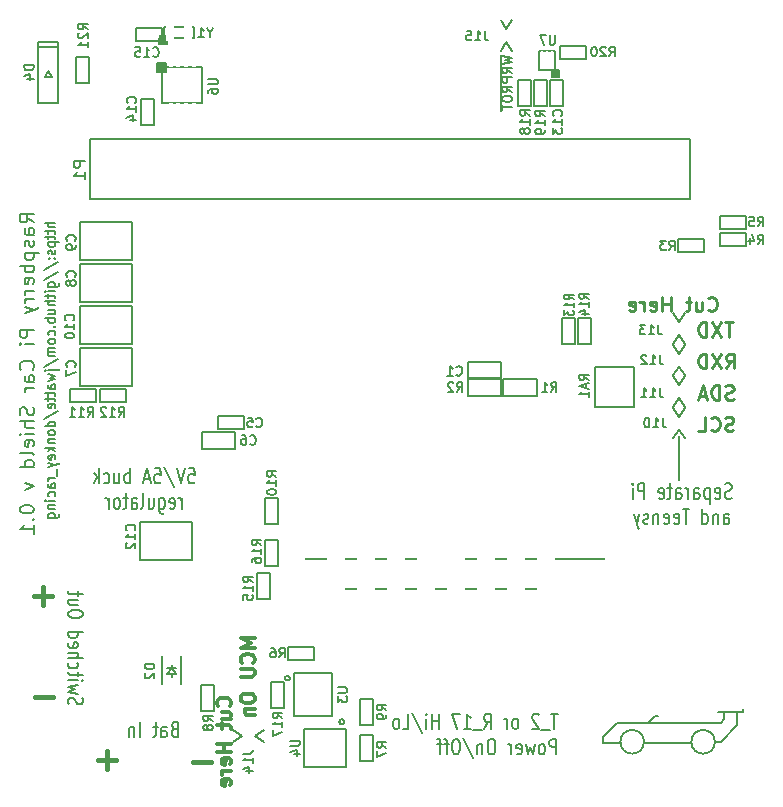
<source format=gbo>
G04 #@! TF.FileFunction,Legend,Bot*
%FSLAX46Y46*%
G04 Gerber Fmt 4.6, Leading zero omitted, Abs format (unit mm)*
G04 Created by KiCad (PCBNEW 4.0.6) date 09/14/17 13:16:33*
%MOMM*%
%LPD*%
G01*
G04 APERTURE LIST*
%ADD10C,0.100000*%
%ADD11C,0.200000*%
%ADD12C,0.400000*%
%ADD13C,0.150000*%
%ADD14C,0.300000*%
%ADD15C,0.250000*%
%ADD16C,0.127000*%
%ADD17C,0.175000*%
%ADD18C,0.500000*%
%ADD19C,1.506220*%
%ADD20O,1.300000X2.000000*%
%ADD21R,0.802640X1.102360*%
%ADD22R,0.701040X0.802640*%
%ADD23R,1.153160X2.753360*%
%ADD24R,0.450000X0.590000*%
%ADD25R,0.600000X1.000000*%
%ADD26R,1.000000X0.600000*%
%ADD27R,0.802640X0.701040*%
%ADD28R,1.102360X0.622300*%
%ADD29R,0.797560X0.899160*%
%ADD30R,0.899160X0.797560*%
%ADD31C,1.500000*%
%ADD32R,2.000000X1.600000*%
%ADD33O,2.000000X1.600000*%
%ADD34R,1.600000X2.000000*%
%ADD35O,1.600000X2.000000*%
%ADD36C,1.200000*%
%ADD37R,1.500000X1.500000*%
%ADD38O,1.500000X1.500000*%
%ADD39C,1.600000*%
%ADD40R,0.450000X1.200000*%
%ADD41R,0.200000X0.600000*%
%ADD42R,0.200000X1.600000*%
%ADD43R,0.700000X1.400000*%
%ADD44R,1.198880X0.848360*%
G04 APERTURE END LIST*
D10*
D11*
X117011905Y-53933334D02*
X117811905Y-54123810D01*
X117240476Y-54276191D01*
X117811905Y-54428572D01*
X117011905Y-54619048D01*
X117811905Y-55380953D02*
X117430952Y-55114286D01*
X117811905Y-54923810D02*
X117011905Y-54923810D01*
X117011905Y-55228572D01*
X117050000Y-55304763D01*
X117088095Y-55342858D01*
X117164286Y-55380953D01*
X117278571Y-55380953D01*
X117354762Y-55342858D01*
X117392857Y-55304763D01*
X117430952Y-55228572D01*
X117430952Y-54923810D01*
X117811905Y-55723810D02*
X117011905Y-55723810D01*
X117011905Y-56028572D01*
X117050000Y-56104763D01*
X117088095Y-56142858D01*
X117164286Y-56180953D01*
X117278571Y-56180953D01*
X117354762Y-56142858D01*
X117392857Y-56104763D01*
X117430952Y-56028572D01*
X117430952Y-55723810D01*
X117811905Y-56980953D02*
X117430952Y-56714286D01*
X117811905Y-56523810D02*
X117011905Y-56523810D01*
X117011905Y-56828572D01*
X117050000Y-56904763D01*
X117088095Y-56942858D01*
X117164286Y-56980953D01*
X117278571Y-56980953D01*
X117354762Y-56942858D01*
X117392857Y-56904763D01*
X117430952Y-56828572D01*
X117430952Y-56523810D01*
X117011905Y-57476191D02*
X117011905Y-57628572D01*
X117050000Y-57704763D01*
X117126190Y-57780953D01*
X117278571Y-57819048D01*
X117545238Y-57819048D01*
X117697619Y-57780953D01*
X117773810Y-57704763D01*
X117811905Y-57628572D01*
X117811905Y-57476191D01*
X117773810Y-57400001D01*
X117697619Y-57323810D01*
X117545238Y-57285715D01*
X117278571Y-57285715D01*
X117126190Y-57323810D01*
X117050000Y-57400001D01*
X117011905Y-57476191D01*
X117011905Y-58047619D02*
X117011905Y-58504762D01*
X117811905Y-58276191D02*
X117011905Y-58276191D01*
X116874000Y-53819048D02*
X116874000Y-58580953D01*
X121704762Y-109613095D02*
X121133333Y-109613095D01*
X121419048Y-110913095D02*
X121419048Y-109613095D01*
X121038095Y-111036905D02*
X120276190Y-111036905D01*
X120085714Y-109736905D02*
X120038095Y-109675000D01*
X119942857Y-109613095D01*
X119704761Y-109613095D01*
X119609523Y-109675000D01*
X119561904Y-109736905D01*
X119514285Y-109860714D01*
X119514285Y-109984524D01*
X119561904Y-110170238D01*
X120133333Y-110913095D01*
X119514285Y-110913095D01*
X118180952Y-110913095D02*
X118276190Y-110851190D01*
X118323809Y-110789286D01*
X118371428Y-110665476D01*
X118371428Y-110294048D01*
X118323809Y-110170238D01*
X118276190Y-110108333D01*
X118180952Y-110046429D01*
X118038094Y-110046429D01*
X117942856Y-110108333D01*
X117895237Y-110170238D01*
X117847618Y-110294048D01*
X117847618Y-110665476D01*
X117895237Y-110789286D01*
X117942856Y-110851190D01*
X118038094Y-110913095D01*
X118180952Y-110913095D01*
X117419047Y-110913095D02*
X117419047Y-110046429D01*
X117419047Y-110294048D02*
X117371428Y-110170238D01*
X117323809Y-110108333D01*
X117228571Y-110046429D01*
X117133332Y-110046429D01*
X115466665Y-110913095D02*
X115799999Y-110294048D01*
X116038094Y-110913095D02*
X116038094Y-109613095D01*
X115657141Y-109613095D01*
X115561903Y-109675000D01*
X115514284Y-109736905D01*
X115466665Y-109860714D01*
X115466665Y-110046429D01*
X115514284Y-110170238D01*
X115561903Y-110232143D01*
X115657141Y-110294048D01*
X116038094Y-110294048D01*
X115276189Y-111036905D02*
X114514284Y-111036905D01*
X113752379Y-110913095D02*
X114323808Y-110913095D01*
X114038094Y-110913095D02*
X114038094Y-109613095D01*
X114133332Y-109798810D01*
X114228570Y-109922619D01*
X114323808Y-109984524D01*
X113419046Y-109613095D02*
X112752379Y-109613095D01*
X113180951Y-110913095D01*
X111609522Y-110913095D02*
X111609522Y-109613095D01*
X111609522Y-110232143D02*
X111038093Y-110232143D01*
X111038093Y-110913095D02*
X111038093Y-109613095D01*
X110561903Y-110913095D02*
X110561903Y-110046429D01*
X110561903Y-109613095D02*
X110609522Y-109675000D01*
X110561903Y-109736905D01*
X110514284Y-109675000D01*
X110561903Y-109613095D01*
X110561903Y-109736905D01*
X109371427Y-109551190D02*
X110228570Y-111222619D01*
X108561903Y-110913095D02*
X109038094Y-110913095D01*
X109038094Y-109613095D01*
X108085713Y-110913095D02*
X108180951Y-110851190D01*
X108228570Y-110789286D01*
X108276189Y-110665476D01*
X108276189Y-110294048D01*
X108228570Y-110170238D01*
X108180951Y-110108333D01*
X108085713Y-110046429D01*
X107942855Y-110046429D01*
X107847617Y-110108333D01*
X107799998Y-110170238D01*
X107752379Y-110294048D01*
X107752379Y-110665476D01*
X107799998Y-110789286D01*
X107847617Y-110851190D01*
X107942855Y-110913095D01*
X108085713Y-110913095D01*
X121561905Y-113063095D02*
X121561905Y-111763095D01*
X121180952Y-111763095D01*
X121085714Y-111825000D01*
X121038095Y-111886905D01*
X120990476Y-112010714D01*
X120990476Y-112196429D01*
X121038095Y-112320238D01*
X121085714Y-112382143D01*
X121180952Y-112444048D01*
X121561905Y-112444048D01*
X120419048Y-113063095D02*
X120514286Y-113001190D01*
X120561905Y-112939286D01*
X120609524Y-112815476D01*
X120609524Y-112444048D01*
X120561905Y-112320238D01*
X120514286Y-112258333D01*
X120419048Y-112196429D01*
X120276190Y-112196429D01*
X120180952Y-112258333D01*
X120133333Y-112320238D01*
X120085714Y-112444048D01*
X120085714Y-112815476D01*
X120133333Y-112939286D01*
X120180952Y-113001190D01*
X120276190Y-113063095D01*
X120419048Y-113063095D01*
X119752381Y-112196429D02*
X119561905Y-113063095D01*
X119371428Y-112444048D01*
X119180952Y-113063095D01*
X118990476Y-112196429D01*
X118228571Y-113001190D02*
X118323809Y-113063095D01*
X118514286Y-113063095D01*
X118609524Y-113001190D01*
X118657143Y-112877381D01*
X118657143Y-112382143D01*
X118609524Y-112258333D01*
X118514286Y-112196429D01*
X118323809Y-112196429D01*
X118228571Y-112258333D01*
X118180952Y-112382143D01*
X118180952Y-112505952D01*
X118657143Y-112629762D01*
X117752381Y-113063095D02*
X117752381Y-112196429D01*
X117752381Y-112444048D02*
X117704762Y-112320238D01*
X117657143Y-112258333D01*
X117561905Y-112196429D01*
X117466666Y-112196429D01*
X116180952Y-111763095D02*
X115990475Y-111763095D01*
X115895237Y-111825000D01*
X115799999Y-111948810D01*
X115752380Y-112196429D01*
X115752380Y-112629762D01*
X115799999Y-112877381D01*
X115895237Y-113001190D01*
X115990475Y-113063095D01*
X116180952Y-113063095D01*
X116276190Y-113001190D01*
X116371428Y-112877381D01*
X116419047Y-112629762D01*
X116419047Y-112196429D01*
X116371428Y-111948810D01*
X116276190Y-111825000D01*
X116180952Y-111763095D01*
X115323809Y-112196429D02*
X115323809Y-113063095D01*
X115323809Y-112320238D02*
X115276190Y-112258333D01*
X115180952Y-112196429D01*
X115038094Y-112196429D01*
X114942856Y-112258333D01*
X114895237Y-112382143D01*
X114895237Y-113063095D01*
X113704761Y-111701190D02*
X114561904Y-113372619D01*
X113180952Y-111763095D02*
X112990475Y-111763095D01*
X112895237Y-111825000D01*
X112799999Y-111948810D01*
X112752380Y-112196429D01*
X112752380Y-112629762D01*
X112799999Y-112877381D01*
X112895237Y-113001190D01*
X112990475Y-113063095D01*
X113180952Y-113063095D01*
X113276190Y-113001190D01*
X113371428Y-112877381D01*
X113419047Y-112629762D01*
X113419047Y-112196429D01*
X113371428Y-111948810D01*
X113276190Y-111825000D01*
X113180952Y-111763095D01*
X112466666Y-112196429D02*
X112085714Y-112196429D01*
X112323809Y-113063095D02*
X112323809Y-111948810D01*
X112276190Y-111825000D01*
X112180952Y-111763095D01*
X112085714Y-111763095D01*
X111895237Y-112196429D02*
X111514285Y-112196429D01*
X111752380Y-113063095D02*
X111752380Y-111948810D01*
X111704761Y-111825000D01*
X111609523Y-111763095D01*
X111514285Y-111763095D01*
X132000000Y-89800000D02*
X132000000Y-86100000D01*
X136414286Y-91351190D02*
X136271429Y-91413095D01*
X136033333Y-91413095D01*
X135938095Y-91351190D01*
X135890476Y-91289286D01*
X135842857Y-91165476D01*
X135842857Y-91041667D01*
X135890476Y-90917857D01*
X135938095Y-90855952D01*
X136033333Y-90794048D01*
X136223810Y-90732143D01*
X136319048Y-90670238D01*
X136366667Y-90608333D01*
X136414286Y-90484524D01*
X136414286Y-90360714D01*
X136366667Y-90236905D01*
X136319048Y-90175000D01*
X136223810Y-90113095D01*
X135985714Y-90113095D01*
X135842857Y-90175000D01*
X135033333Y-91351190D02*
X135128571Y-91413095D01*
X135319048Y-91413095D01*
X135414286Y-91351190D01*
X135461905Y-91227381D01*
X135461905Y-90732143D01*
X135414286Y-90608333D01*
X135319048Y-90546429D01*
X135128571Y-90546429D01*
X135033333Y-90608333D01*
X134985714Y-90732143D01*
X134985714Y-90855952D01*
X135461905Y-90979762D01*
X134557143Y-90546429D02*
X134557143Y-91846429D01*
X134557143Y-90608333D02*
X134461905Y-90546429D01*
X134271428Y-90546429D01*
X134176190Y-90608333D01*
X134128571Y-90670238D01*
X134080952Y-90794048D01*
X134080952Y-91165476D01*
X134128571Y-91289286D01*
X134176190Y-91351190D01*
X134271428Y-91413095D01*
X134461905Y-91413095D01*
X134557143Y-91351190D01*
X133223809Y-91413095D02*
X133223809Y-90732143D01*
X133271428Y-90608333D01*
X133366666Y-90546429D01*
X133557143Y-90546429D01*
X133652381Y-90608333D01*
X133223809Y-91351190D02*
X133319047Y-91413095D01*
X133557143Y-91413095D01*
X133652381Y-91351190D01*
X133700000Y-91227381D01*
X133700000Y-91103571D01*
X133652381Y-90979762D01*
X133557143Y-90917857D01*
X133319047Y-90917857D01*
X133223809Y-90855952D01*
X132747619Y-91413095D02*
X132747619Y-90546429D01*
X132747619Y-90794048D02*
X132700000Y-90670238D01*
X132652381Y-90608333D01*
X132557143Y-90546429D01*
X132461904Y-90546429D01*
X131699999Y-91413095D02*
X131699999Y-90732143D01*
X131747618Y-90608333D01*
X131842856Y-90546429D01*
X132033333Y-90546429D01*
X132128571Y-90608333D01*
X131699999Y-91351190D02*
X131795237Y-91413095D01*
X132033333Y-91413095D01*
X132128571Y-91351190D01*
X132176190Y-91227381D01*
X132176190Y-91103571D01*
X132128571Y-90979762D01*
X132033333Y-90917857D01*
X131795237Y-90917857D01*
X131699999Y-90855952D01*
X131366666Y-90546429D02*
X130985714Y-90546429D01*
X131223809Y-90113095D02*
X131223809Y-91227381D01*
X131176190Y-91351190D01*
X131080952Y-91413095D01*
X130985714Y-91413095D01*
X130271427Y-91351190D02*
X130366665Y-91413095D01*
X130557142Y-91413095D01*
X130652380Y-91351190D01*
X130699999Y-91227381D01*
X130699999Y-90732143D01*
X130652380Y-90608333D01*
X130557142Y-90546429D01*
X130366665Y-90546429D01*
X130271427Y-90608333D01*
X130223808Y-90732143D01*
X130223808Y-90855952D01*
X130699999Y-90979762D01*
X129033332Y-91413095D02*
X129033332Y-90113095D01*
X128652379Y-90113095D01*
X128557141Y-90175000D01*
X128509522Y-90236905D01*
X128461903Y-90360714D01*
X128461903Y-90546429D01*
X128509522Y-90670238D01*
X128557141Y-90732143D01*
X128652379Y-90794048D01*
X129033332Y-90794048D01*
X128033332Y-91413095D02*
X128033332Y-90546429D01*
X128033332Y-90113095D02*
X128080951Y-90175000D01*
X128033332Y-90236905D01*
X127985713Y-90175000D01*
X128033332Y-90113095D01*
X128033332Y-90236905D01*
X135747619Y-93563095D02*
X135747619Y-92882143D01*
X135795238Y-92758333D01*
X135890476Y-92696429D01*
X136080953Y-92696429D01*
X136176191Y-92758333D01*
X135747619Y-93501190D02*
X135842857Y-93563095D01*
X136080953Y-93563095D01*
X136176191Y-93501190D01*
X136223810Y-93377381D01*
X136223810Y-93253571D01*
X136176191Y-93129762D01*
X136080953Y-93067857D01*
X135842857Y-93067857D01*
X135747619Y-93005952D01*
X135271429Y-92696429D02*
X135271429Y-93563095D01*
X135271429Y-92820238D02*
X135223810Y-92758333D01*
X135128572Y-92696429D01*
X134985714Y-92696429D01*
X134890476Y-92758333D01*
X134842857Y-92882143D01*
X134842857Y-93563095D01*
X133938095Y-93563095D02*
X133938095Y-92263095D01*
X133938095Y-93501190D02*
X134033333Y-93563095D01*
X134223810Y-93563095D01*
X134319048Y-93501190D01*
X134366667Y-93439286D01*
X134414286Y-93315476D01*
X134414286Y-92944048D01*
X134366667Y-92820238D01*
X134319048Y-92758333D01*
X134223810Y-92696429D01*
X134033333Y-92696429D01*
X133938095Y-92758333D01*
X132842857Y-92263095D02*
X132271428Y-92263095D01*
X132557143Y-93563095D02*
X132557143Y-92263095D01*
X131557142Y-93501190D02*
X131652380Y-93563095D01*
X131842857Y-93563095D01*
X131938095Y-93501190D01*
X131985714Y-93377381D01*
X131985714Y-92882143D01*
X131938095Y-92758333D01*
X131842857Y-92696429D01*
X131652380Y-92696429D01*
X131557142Y-92758333D01*
X131509523Y-92882143D01*
X131509523Y-93005952D01*
X131985714Y-93129762D01*
X130699999Y-93501190D02*
X130795237Y-93563095D01*
X130985714Y-93563095D01*
X131080952Y-93501190D01*
X131128571Y-93377381D01*
X131128571Y-92882143D01*
X131080952Y-92758333D01*
X130985714Y-92696429D01*
X130795237Y-92696429D01*
X130699999Y-92758333D01*
X130652380Y-92882143D01*
X130652380Y-93005952D01*
X131128571Y-93129762D01*
X130223809Y-92696429D02*
X130223809Y-93563095D01*
X130223809Y-92820238D02*
X130176190Y-92758333D01*
X130080952Y-92696429D01*
X129938094Y-92696429D01*
X129842856Y-92758333D01*
X129795237Y-92882143D01*
X129795237Y-93563095D01*
X129366666Y-93501190D02*
X129271428Y-93563095D01*
X129080952Y-93563095D01*
X128985713Y-93501190D01*
X128938094Y-93377381D01*
X128938094Y-93315476D01*
X128985713Y-93191667D01*
X129080952Y-93129762D01*
X129223809Y-93129762D01*
X129319047Y-93067857D01*
X129366666Y-92944048D01*
X129366666Y-92882143D01*
X129319047Y-92758333D01*
X129223809Y-92696429D01*
X129080952Y-92696429D01*
X128985713Y-92758333D01*
X128604761Y-92696429D02*
X128366666Y-93563095D01*
X128128570Y-92696429D02*
X128366666Y-93563095D01*
X128461904Y-93872619D01*
X128509523Y-93934524D01*
X128604761Y-93996429D01*
X90438095Y-88813095D02*
X90914286Y-88813095D01*
X90961905Y-89432143D01*
X90914286Y-89370238D01*
X90819048Y-89308333D01*
X90580952Y-89308333D01*
X90485714Y-89370238D01*
X90438095Y-89432143D01*
X90390476Y-89555952D01*
X90390476Y-89865476D01*
X90438095Y-89989286D01*
X90485714Y-90051190D01*
X90580952Y-90113095D01*
X90819048Y-90113095D01*
X90914286Y-90051190D01*
X90961905Y-89989286D01*
X90104762Y-88813095D02*
X89771429Y-90113095D01*
X89438095Y-88813095D01*
X88390476Y-88751190D02*
X89247619Y-90422619D01*
X87580952Y-88813095D02*
X88057143Y-88813095D01*
X88104762Y-89432143D01*
X88057143Y-89370238D01*
X87961905Y-89308333D01*
X87723809Y-89308333D01*
X87628571Y-89370238D01*
X87580952Y-89432143D01*
X87533333Y-89555952D01*
X87533333Y-89865476D01*
X87580952Y-89989286D01*
X87628571Y-90051190D01*
X87723809Y-90113095D01*
X87961905Y-90113095D01*
X88057143Y-90051190D01*
X88104762Y-89989286D01*
X87152381Y-89741667D02*
X86676190Y-89741667D01*
X87247619Y-90113095D02*
X86914286Y-88813095D01*
X86580952Y-90113095D01*
X85485714Y-90113095D02*
X85485714Y-88813095D01*
X85485714Y-89308333D02*
X85390476Y-89246429D01*
X85199999Y-89246429D01*
X85104761Y-89308333D01*
X85057142Y-89370238D01*
X85009523Y-89494048D01*
X85009523Y-89865476D01*
X85057142Y-89989286D01*
X85104761Y-90051190D01*
X85199999Y-90113095D01*
X85390476Y-90113095D01*
X85485714Y-90051190D01*
X84152380Y-89246429D02*
X84152380Y-90113095D01*
X84580952Y-89246429D02*
X84580952Y-89927381D01*
X84533333Y-90051190D01*
X84438095Y-90113095D01*
X84295237Y-90113095D01*
X84199999Y-90051190D01*
X84152380Y-89989286D01*
X83247618Y-90051190D02*
X83342856Y-90113095D01*
X83533333Y-90113095D01*
X83628571Y-90051190D01*
X83676190Y-89989286D01*
X83723809Y-89865476D01*
X83723809Y-89494048D01*
X83676190Y-89370238D01*
X83628571Y-89308333D01*
X83533333Y-89246429D01*
X83342856Y-89246429D01*
X83247618Y-89308333D01*
X82819047Y-90113095D02*
X82819047Y-88813095D01*
X82723809Y-89617857D02*
X82438094Y-90113095D01*
X82438094Y-89246429D02*
X82819047Y-89741667D01*
X89866668Y-92263095D02*
X89866668Y-91396429D01*
X89866668Y-91644048D02*
X89819049Y-91520238D01*
X89771430Y-91458333D01*
X89676192Y-91396429D01*
X89580953Y-91396429D01*
X88866667Y-92201190D02*
X88961905Y-92263095D01*
X89152382Y-92263095D01*
X89247620Y-92201190D01*
X89295239Y-92077381D01*
X89295239Y-91582143D01*
X89247620Y-91458333D01*
X89152382Y-91396429D01*
X88961905Y-91396429D01*
X88866667Y-91458333D01*
X88819048Y-91582143D01*
X88819048Y-91705952D01*
X89295239Y-91829762D01*
X87961905Y-91396429D02*
X87961905Y-92448810D01*
X88009524Y-92572619D01*
X88057143Y-92634524D01*
X88152382Y-92696429D01*
X88295239Y-92696429D01*
X88390477Y-92634524D01*
X87961905Y-92201190D02*
X88057143Y-92263095D01*
X88247620Y-92263095D01*
X88342858Y-92201190D01*
X88390477Y-92139286D01*
X88438096Y-92015476D01*
X88438096Y-91644048D01*
X88390477Y-91520238D01*
X88342858Y-91458333D01*
X88247620Y-91396429D01*
X88057143Y-91396429D01*
X87961905Y-91458333D01*
X87057143Y-91396429D02*
X87057143Y-92263095D01*
X87485715Y-91396429D02*
X87485715Y-92077381D01*
X87438096Y-92201190D01*
X87342858Y-92263095D01*
X87200000Y-92263095D01*
X87104762Y-92201190D01*
X87057143Y-92139286D01*
X86438096Y-92263095D02*
X86533334Y-92201190D01*
X86580953Y-92077381D01*
X86580953Y-90963095D01*
X85628571Y-92263095D02*
X85628571Y-91582143D01*
X85676190Y-91458333D01*
X85771428Y-91396429D01*
X85961905Y-91396429D01*
X86057143Y-91458333D01*
X85628571Y-92201190D02*
X85723809Y-92263095D01*
X85961905Y-92263095D01*
X86057143Y-92201190D01*
X86104762Y-92077381D01*
X86104762Y-91953571D01*
X86057143Y-91829762D01*
X85961905Y-91767857D01*
X85723809Y-91767857D01*
X85628571Y-91705952D01*
X85295238Y-91396429D02*
X84914286Y-91396429D01*
X85152381Y-90963095D02*
X85152381Y-92077381D01*
X85104762Y-92201190D01*
X85009524Y-92263095D01*
X84914286Y-92263095D01*
X84438095Y-92263095D02*
X84533333Y-92201190D01*
X84580952Y-92139286D01*
X84628571Y-92015476D01*
X84628571Y-91644048D01*
X84580952Y-91520238D01*
X84533333Y-91458333D01*
X84438095Y-91396429D01*
X84295237Y-91396429D01*
X84199999Y-91458333D01*
X84152380Y-91520238D01*
X84104761Y-91644048D01*
X84104761Y-92015476D01*
X84152380Y-92139286D01*
X84199999Y-92201190D01*
X84295237Y-92263095D01*
X84438095Y-92263095D01*
X83676190Y-92263095D02*
X83676190Y-91396429D01*
X83676190Y-91644048D02*
X83628571Y-91520238D01*
X83580952Y-91458333D01*
X83485714Y-91396429D01*
X83390475Y-91396429D01*
X80273810Y-108838096D02*
X80211905Y-108695239D01*
X80211905Y-108457143D01*
X80273810Y-108361905D01*
X80335714Y-108314286D01*
X80459524Y-108266667D01*
X80583333Y-108266667D01*
X80707143Y-108314286D01*
X80769048Y-108361905D01*
X80830952Y-108457143D01*
X80892857Y-108647620D01*
X80954762Y-108742858D01*
X81016667Y-108790477D01*
X81140476Y-108838096D01*
X81264286Y-108838096D01*
X81388095Y-108790477D01*
X81450000Y-108742858D01*
X81511905Y-108647620D01*
X81511905Y-108409524D01*
X81450000Y-108266667D01*
X81078571Y-107933334D02*
X80211905Y-107742858D01*
X80830952Y-107552381D01*
X80211905Y-107361905D01*
X81078571Y-107171429D01*
X80211905Y-106790477D02*
X81078571Y-106790477D01*
X81511905Y-106790477D02*
X81450000Y-106838096D01*
X81388095Y-106790477D01*
X81450000Y-106742858D01*
X81511905Y-106790477D01*
X81388095Y-106790477D01*
X81078571Y-106457144D02*
X81078571Y-106076192D01*
X81511905Y-106314287D02*
X80397619Y-106314287D01*
X80273810Y-106266668D01*
X80211905Y-106171430D01*
X80211905Y-106076192D01*
X80273810Y-105314286D02*
X80211905Y-105409524D01*
X80211905Y-105600001D01*
X80273810Y-105695239D01*
X80335714Y-105742858D01*
X80459524Y-105790477D01*
X80830952Y-105790477D01*
X80954762Y-105742858D01*
X81016667Y-105695239D01*
X81078571Y-105600001D01*
X81078571Y-105409524D01*
X81016667Y-105314286D01*
X80211905Y-104885715D02*
X81511905Y-104885715D01*
X80211905Y-104457143D02*
X80892857Y-104457143D01*
X81016667Y-104504762D01*
X81078571Y-104600000D01*
X81078571Y-104742858D01*
X81016667Y-104838096D01*
X80954762Y-104885715D01*
X80273810Y-103600000D02*
X80211905Y-103695238D01*
X80211905Y-103885715D01*
X80273810Y-103980953D01*
X80397619Y-104028572D01*
X80892857Y-104028572D01*
X81016667Y-103980953D01*
X81078571Y-103885715D01*
X81078571Y-103695238D01*
X81016667Y-103600000D01*
X80892857Y-103552381D01*
X80769048Y-103552381D01*
X80645238Y-104028572D01*
X80211905Y-102695238D02*
X81511905Y-102695238D01*
X80273810Y-102695238D02*
X80211905Y-102790476D01*
X80211905Y-102980953D01*
X80273810Y-103076191D01*
X80335714Y-103123810D01*
X80459524Y-103171429D01*
X80830952Y-103171429D01*
X80954762Y-103123810D01*
X81016667Y-103076191D01*
X81078571Y-102980953D01*
X81078571Y-102790476D01*
X81016667Y-102695238D01*
X81511905Y-101266667D02*
X81511905Y-101076190D01*
X81450000Y-100980952D01*
X81326190Y-100885714D01*
X81078571Y-100838095D01*
X80645238Y-100838095D01*
X80397619Y-100885714D01*
X80273810Y-100980952D01*
X80211905Y-101076190D01*
X80211905Y-101266667D01*
X80273810Y-101361905D01*
X80397619Y-101457143D01*
X80645238Y-101504762D01*
X81078571Y-101504762D01*
X81326190Y-101457143D01*
X81450000Y-101361905D01*
X81511905Y-101266667D01*
X81078571Y-99980952D02*
X80211905Y-99980952D01*
X81078571Y-100409524D02*
X80397619Y-100409524D01*
X80273810Y-100361905D01*
X80211905Y-100266667D01*
X80211905Y-100123809D01*
X80273810Y-100028571D01*
X80335714Y-99980952D01*
X81078571Y-99647619D02*
X81078571Y-99266667D01*
X81511905Y-99504762D02*
X80397619Y-99504762D01*
X80273810Y-99457143D01*
X80211905Y-99361905D01*
X80211905Y-99266667D01*
X89238095Y-110907143D02*
X89095238Y-110969048D01*
X89047619Y-111030952D01*
X89000000Y-111154762D01*
X89000000Y-111340476D01*
X89047619Y-111464286D01*
X89095238Y-111526190D01*
X89190476Y-111588095D01*
X89571429Y-111588095D01*
X89571429Y-110288095D01*
X89238095Y-110288095D01*
X89142857Y-110350000D01*
X89095238Y-110411905D01*
X89047619Y-110535714D01*
X89047619Y-110659524D01*
X89095238Y-110783333D01*
X89142857Y-110845238D01*
X89238095Y-110907143D01*
X89571429Y-110907143D01*
X88142857Y-111588095D02*
X88142857Y-110907143D01*
X88190476Y-110783333D01*
X88285714Y-110721429D01*
X88476191Y-110721429D01*
X88571429Y-110783333D01*
X88142857Y-111526190D02*
X88238095Y-111588095D01*
X88476191Y-111588095D01*
X88571429Y-111526190D01*
X88619048Y-111402381D01*
X88619048Y-111278571D01*
X88571429Y-111154762D01*
X88476191Y-111092857D01*
X88238095Y-111092857D01*
X88142857Y-111030952D01*
X87809524Y-110721429D02*
X87428572Y-110721429D01*
X87666667Y-110288095D02*
X87666667Y-111402381D01*
X87619048Y-111526190D01*
X87523810Y-111588095D01*
X87428572Y-111588095D01*
X86333333Y-111588095D02*
X86333333Y-110288095D01*
X85857143Y-110721429D02*
X85857143Y-111588095D01*
X85857143Y-110845238D02*
X85809524Y-110783333D01*
X85714286Y-110721429D01*
X85571428Y-110721429D01*
X85476190Y-110783333D01*
X85428571Y-110907143D01*
X85428571Y-111588095D01*
D12*
X92361905Y-113742857D02*
X90838095Y-113742857D01*
X84261905Y-113542857D02*
X82738095Y-113542857D01*
X83500000Y-114304762D02*
X83500000Y-112780952D01*
X78961905Y-108242857D02*
X77438095Y-108242857D01*
X78861905Y-99642857D02*
X77338095Y-99642857D01*
X78100000Y-100404762D02*
X78100000Y-98880952D01*
D11*
X126600000Y-96500000D02*
X126600000Y-96400000D01*
X113100000Y-96500000D02*
X126600000Y-96500000D01*
X99500000Y-96500000D02*
X110600000Y-96500000D01*
X102900000Y-99100000D02*
X120700000Y-99100000D01*
X125500000Y-112100000D02*
X127000000Y-112100000D01*
X129900000Y-109800000D02*
X130200000Y-109800000D01*
X129300000Y-110400000D02*
X129900000Y-109800000D01*
X125500000Y-111600000D02*
X125500000Y-112100000D01*
X126700000Y-110400000D02*
X125500000Y-111600000D01*
X135500000Y-110400000D02*
X126700000Y-110400000D01*
X135800000Y-110100000D02*
X135500000Y-110400000D01*
X135800000Y-109600000D02*
X135800000Y-110100000D01*
X137400000Y-109500000D02*
X137400000Y-109200000D01*
X137400000Y-109500000D02*
X135300000Y-109500000D01*
X136900000Y-110400000D02*
X136900000Y-109500000D01*
X136900000Y-110600000D02*
X136900000Y-110400000D01*
X135500000Y-112000000D02*
X136900000Y-110600000D01*
X135000000Y-112000000D02*
X135500000Y-112000000D01*
X129000000Y-112100000D02*
X133000000Y-112100000D01*
X135000000Y-112000000D02*
G75*
G03X135000000Y-112000000I-1000000J0D01*
G01*
X129000000Y-112000000D02*
G75*
G03X129000000Y-112000000I-1000000J0D01*
G01*
D13*
X79172543Y-68067208D02*
X78272543Y-68067208D01*
X79172543Y-68410065D02*
X78701114Y-68410065D01*
X78615400Y-68371970D01*
X78572543Y-68295780D01*
X78572543Y-68181494D01*
X78615400Y-68105303D01*
X78658257Y-68067208D01*
X78572543Y-68676732D02*
X78572543Y-68981494D01*
X78272543Y-68791018D02*
X79043971Y-68791018D01*
X79129686Y-68829113D01*
X79172543Y-68905304D01*
X79172543Y-68981494D01*
X78572543Y-69133875D02*
X78572543Y-69438637D01*
X78272543Y-69248161D02*
X79043971Y-69248161D01*
X79129686Y-69286256D01*
X79172543Y-69362447D01*
X79172543Y-69438637D01*
X78572543Y-69705304D02*
X79472543Y-69705304D01*
X78615400Y-69705304D02*
X78572543Y-69781495D01*
X78572543Y-69933876D01*
X78615400Y-70010066D01*
X78658257Y-70048161D01*
X78743971Y-70086257D01*
X79001114Y-70086257D01*
X79086829Y-70048161D01*
X79129686Y-70010066D01*
X79172543Y-69933876D01*
X79172543Y-69781495D01*
X79129686Y-69705304D01*
X79129686Y-70391019D02*
X79172543Y-70467209D01*
X79172543Y-70619590D01*
X79129686Y-70695781D01*
X79043971Y-70733876D01*
X79001114Y-70733876D01*
X78915400Y-70695781D01*
X78872543Y-70619590D01*
X78872543Y-70505305D01*
X78829686Y-70429114D01*
X78743971Y-70391019D01*
X78701114Y-70391019D01*
X78615400Y-70429114D01*
X78572543Y-70505305D01*
X78572543Y-70619590D01*
X78615400Y-70695781D01*
X79086829Y-71076733D02*
X79129686Y-71114828D01*
X79172543Y-71076733D01*
X79129686Y-71038638D01*
X79086829Y-71076733D01*
X79172543Y-71076733D01*
X78615400Y-71076733D02*
X78658257Y-71114828D01*
X78701114Y-71076733D01*
X78658257Y-71038638D01*
X78615400Y-71076733D01*
X78701114Y-71076733D01*
X78229686Y-72029114D02*
X79386829Y-71343399D01*
X78229686Y-72867209D02*
X79386829Y-72181494D01*
X78572543Y-73476732D02*
X79301114Y-73476732D01*
X79386829Y-73438637D01*
X79429686Y-73400542D01*
X79472543Y-73324351D01*
X79472543Y-73210066D01*
X79429686Y-73133875D01*
X79129686Y-73476732D02*
X79172543Y-73400542D01*
X79172543Y-73248161D01*
X79129686Y-73171970D01*
X79086829Y-73133875D01*
X79001114Y-73095780D01*
X78743971Y-73095780D01*
X78658257Y-73133875D01*
X78615400Y-73171970D01*
X78572543Y-73248161D01*
X78572543Y-73400542D01*
X78615400Y-73476732D01*
X79172543Y-73857685D02*
X78572543Y-73857685D01*
X78272543Y-73857685D02*
X78315400Y-73819590D01*
X78358257Y-73857685D01*
X78315400Y-73895780D01*
X78272543Y-73857685D01*
X78358257Y-73857685D01*
X78572543Y-74124351D02*
X78572543Y-74429113D01*
X78272543Y-74238637D02*
X79043971Y-74238637D01*
X79129686Y-74276732D01*
X79172543Y-74352923D01*
X79172543Y-74429113D01*
X79172543Y-74695780D02*
X78272543Y-74695780D01*
X79172543Y-75038637D02*
X78701114Y-75038637D01*
X78615400Y-75000542D01*
X78572543Y-74924352D01*
X78572543Y-74810066D01*
X78615400Y-74733875D01*
X78658257Y-74695780D01*
X78572543Y-75762447D02*
X79172543Y-75762447D01*
X78572543Y-75419590D02*
X79043971Y-75419590D01*
X79129686Y-75457685D01*
X79172543Y-75533876D01*
X79172543Y-75648162D01*
X79129686Y-75724352D01*
X79086829Y-75762447D01*
X79172543Y-76143400D02*
X78272543Y-76143400D01*
X78615400Y-76143400D02*
X78572543Y-76219591D01*
X78572543Y-76371972D01*
X78615400Y-76448162D01*
X78658257Y-76486257D01*
X78743971Y-76524353D01*
X79001114Y-76524353D01*
X79086829Y-76486257D01*
X79129686Y-76448162D01*
X79172543Y-76371972D01*
X79172543Y-76219591D01*
X79129686Y-76143400D01*
X79086829Y-76867210D02*
X79129686Y-76905305D01*
X79172543Y-76867210D01*
X79129686Y-76829115D01*
X79086829Y-76867210D01*
X79172543Y-76867210D01*
X79129686Y-77591019D02*
X79172543Y-77514829D01*
X79172543Y-77362448D01*
X79129686Y-77286257D01*
X79086829Y-77248162D01*
X79001114Y-77210067D01*
X78743971Y-77210067D01*
X78658257Y-77248162D01*
X78615400Y-77286257D01*
X78572543Y-77362448D01*
X78572543Y-77514829D01*
X78615400Y-77591019D01*
X79172543Y-78048162D02*
X79129686Y-77971971D01*
X79086829Y-77933876D01*
X79001114Y-77895781D01*
X78743971Y-77895781D01*
X78658257Y-77933876D01*
X78615400Y-77971971D01*
X78572543Y-78048162D01*
X78572543Y-78162448D01*
X78615400Y-78238638D01*
X78658257Y-78276733D01*
X78743971Y-78314829D01*
X79001114Y-78314829D01*
X79086829Y-78276733D01*
X79129686Y-78238638D01*
X79172543Y-78162448D01*
X79172543Y-78048162D01*
X79172543Y-78657686D02*
X78572543Y-78657686D01*
X78658257Y-78657686D02*
X78615400Y-78695781D01*
X78572543Y-78771972D01*
X78572543Y-78886258D01*
X78615400Y-78962448D01*
X78701114Y-79000543D01*
X79172543Y-79000543D01*
X78701114Y-79000543D02*
X78615400Y-79038639D01*
X78572543Y-79114829D01*
X78572543Y-79229115D01*
X78615400Y-79305305D01*
X78701114Y-79343400D01*
X79172543Y-79343400D01*
X78229686Y-80295782D02*
X79386829Y-79610067D01*
X78572543Y-80562448D02*
X79343971Y-80562448D01*
X79429686Y-80524353D01*
X79472543Y-80448162D01*
X79472543Y-80410067D01*
X78272543Y-80562448D02*
X78315400Y-80524353D01*
X78358257Y-80562448D01*
X78315400Y-80600543D01*
X78272543Y-80562448D01*
X78358257Y-80562448D01*
X78572543Y-80867210D02*
X79172543Y-81019591D01*
X78743971Y-81171972D01*
X79172543Y-81324353D01*
X78572543Y-81476734D01*
X79172543Y-82124352D02*
X78701114Y-82124352D01*
X78615400Y-82086257D01*
X78572543Y-82010067D01*
X78572543Y-81857686D01*
X78615400Y-81781495D01*
X79129686Y-82124352D02*
X79172543Y-82048162D01*
X79172543Y-81857686D01*
X79129686Y-81781495D01*
X79043971Y-81743400D01*
X78958257Y-81743400D01*
X78872543Y-81781495D01*
X78829686Y-81857686D01*
X78829686Y-82048162D01*
X78786829Y-82124352D01*
X78572543Y-82391019D02*
X78572543Y-82695781D01*
X78272543Y-82505305D02*
X79043971Y-82505305D01*
X79129686Y-82543400D01*
X79172543Y-82619591D01*
X79172543Y-82695781D01*
X78572543Y-82848162D02*
X78572543Y-83152924D01*
X78272543Y-82962448D02*
X79043971Y-82962448D01*
X79129686Y-83000543D01*
X79172543Y-83076734D01*
X79172543Y-83152924D01*
X79129686Y-83724353D02*
X79172543Y-83648163D01*
X79172543Y-83495782D01*
X79129686Y-83419591D01*
X79043971Y-83381496D01*
X78701114Y-83381496D01*
X78615400Y-83419591D01*
X78572543Y-83495782D01*
X78572543Y-83648163D01*
X78615400Y-83724353D01*
X78701114Y-83762448D01*
X78786829Y-83762448D01*
X78872543Y-83381496D01*
X78229686Y-84676734D02*
X79386829Y-83991019D01*
X79172543Y-85286257D02*
X78272543Y-85286257D01*
X79129686Y-85286257D02*
X79172543Y-85210067D01*
X79172543Y-85057686D01*
X79129686Y-84981495D01*
X79086829Y-84943400D01*
X79001114Y-84905305D01*
X78743971Y-84905305D01*
X78658257Y-84943400D01*
X78615400Y-84981495D01*
X78572543Y-85057686D01*
X78572543Y-85210067D01*
X78615400Y-85286257D01*
X79172543Y-85781496D02*
X79129686Y-85705305D01*
X79086829Y-85667210D01*
X79001114Y-85629115D01*
X78743971Y-85629115D01*
X78658257Y-85667210D01*
X78615400Y-85705305D01*
X78572543Y-85781496D01*
X78572543Y-85895782D01*
X78615400Y-85971972D01*
X78658257Y-86010067D01*
X78743971Y-86048163D01*
X79001114Y-86048163D01*
X79086829Y-86010067D01*
X79129686Y-85971972D01*
X79172543Y-85895782D01*
X79172543Y-85781496D01*
X78572543Y-86391020D02*
X79172543Y-86391020D01*
X78658257Y-86391020D02*
X78615400Y-86429115D01*
X78572543Y-86505306D01*
X78572543Y-86619592D01*
X78615400Y-86695782D01*
X78701114Y-86733877D01*
X79172543Y-86733877D01*
X79172543Y-87114830D02*
X78272543Y-87114830D01*
X78829686Y-87191021D02*
X79172543Y-87419592D01*
X78572543Y-87419592D02*
X78915400Y-87114830D01*
X79129686Y-88067211D02*
X79172543Y-87991021D01*
X79172543Y-87838640D01*
X79129686Y-87762449D01*
X79043971Y-87724354D01*
X78701114Y-87724354D01*
X78615400Y-87762449D01*
X78572543Y-87838640D01*
X78572543Y-87991021D01*
X78615400Y-88067211D01*
X78701114Y-88105306D01*
X78786829Y-88105306D01*
X78872543Y-87724354D01*
X78572543Y-88371973D02*
X79172543Y-88562449D01*
X78572543Y-88752925D02*
X79172543Y-88562449D01*
X79386829Y-88486258D01*
X79429686Y-88448163D01*
X79472543Y-88371973D01*
X79258257Y-88867211D02*
X79258257Y-89476735D01*
X79172543Y-89667211D02*
X78572543Y-89667211D01*
X78743971Y-89667211D02*
X78658257Y-89705306D01*
X78615400Y-89743402D01*
X78572543Y-89819592D01*
X78572543Y-89895783D01*
X79172543Y-90505306D02*
X78701114Y-90505306D01*
X78615400Y-90467211D01*
X78572543Y-90391021D01*
X78572543Y-90238640D01*
X78615400Y-90162449D01*
X79129686Y-90505306D02*
X79172543Y-90429116D01*
X79172543Y-90238640D01*
X79129686Y-90162449D01*
X79043971Y-90124354D01*
X78958257Y-90124354D01*
X78872543Y-90162449D01*
X78829686Y-90238640D01*
X78829686Y-90429116D01*
X78786829Y-90505306D01*
X79129686Y-91229116D02*
X79172543Y-91152926D01*
X79172543Y-91000545D01*
X79129686Y-90924354D01*
X79086829Y-90886259D01*
X79001114Y-90848164D01*
X78743971Y-90848164D01*
X78658257Y-90886259D01*
X78615400Y-90924354D01*
X78572543Y-91000545D01*
X78572543Y-91152926D01*
X78615400Y-91229116D01*
X79172543Y-91571973D02*
X78572543Y-91571973D01*
X78272543Y-91571973D02*
X78315400Y-91533878D01*
X78358257Y-91571973D01*
X78315400Y-91610068D01*
X78272543Y-91571973D01*
X78358257Y-91571973D01*
X78572543Y-91952925D02*
X79172543Y-91952925D01*
X78658257Y-91952925D02*
X78615400Y-91991020D01*
X78572543Y-92067211D01*
X78572543Y-92181497D01*
X78615400Y-92257687D01*
X78701114Y-92295782D01*
X79172543Y-92295782D01*
X78572543Y-93019592D02*
X79301114Y-93019592D01*
X79386829Y-92981497D01*
X79429686Y-92943402D01*
X79472543Y-92867211D01*
X79472543Y-92752926D01*
X79429686Y-92676735D01*
X79129686Y-93019592D02*
X79172543Y-92943402D01*
X79172543Y-92791021D01*
X79129686Y-92714830D01*
X79086829Y-92676735D01*
X79001114Y-92638640D01*
X78743971Y-92638640D01*
X78658257Y-92676735D01*
X78615400Y-92714830D01*
X78572543Y-92791021D01*
X78572543Y-92943402D01*
X78615400Y-93019592D01*
D11*
X77352457Y-68022801D02*
X76781029Y-67622801D01*
X77352457Y-67337086D02*
X76152457Y-67337086D01*
X76152457Y-67794229D01*
X76209600Y-67908515D01*
X76266743Y-67965658D01*
X76381029Y-68022801D01*
X76552457Y-68022801D01*
X76666743Y-67965658D01*
X76723886Y-67908515D01*
X76781029Y-67794229D01*
X76781029Y-67337086D01*
X77352457Y-69051372D02*
X76723886Y-69051372D01*
X76609600Y-68994229D01*
X76552457Y-68879943D01*
X76552457Y-68651372D01*
X76609600Y-68537086D01*
X77295314Y-69051372D02*
X77352457Y-68937086D01*
X77352457Y-68651372D01*
X77295314Y-68537086D01*
X77181029Y-68479943D01*
X77066743Y-68479943D01*
X76952457Y-68537086D01*
X76895314Y-68651372D01*
X76895314Y-68937086D01*
X76838171Y-69051372D01*
X77295314Y-69565657D02*
X77352457Y-69679943D01*
X77352457Y-69908515D01*
X77295314Y-70022800D01*
X77181029Y-70079943D01*
X77123886Y-70079943D01*
X77009600Y-70022800D01*
X76952457Y-69908515D01*
X76952457Y-69737086D01*
X76895314Y-69622800D01*
X76781029Y-69565657D01*
X76723886Y-69565657D01*
X76609600Y-69622800D01*
X76552457Y-69737086D01*
X76552457Y-69908515D01*
X76609600Y-70022800D01*
X76552457Y-70594229D02*
X77752457Y-70594229D01*
X76609600Y-70594229D02*
X76552457Y-70708515D01*
X76552457Y-70937086D01*
X76609600Y-71051372D01*
X76666743Y-71108515D01*
X76781029Y-71165658D01*
X77123886Y-71165658D01*
X77238171Y-71108515D01*
X77295314Y-71051372D01*
X77352457Y-70937086D01*
X77352457Y-70708515D01*
X77295314Y-70594229D01*
X77352457Y-71679943D02*
X76152457Y-71679943D01*
X76609600Y-71679943D02*
X76552457Y-71794229D01*
X76552457Y-72022800D01*
X76609600Y-72137086D01*
X76666743Y-72194229D01*
X76781029Y-72251372D01*
X77123886Y-72251372D01*
X77238171Y-72194229D01*
X77295314Y-72137086D01*
X77352457Y-72022800D01*
X77352457Y-71794229D01*
X77295314Y-71679943D01*
X77295314Y-73222800D02*
X77352457Y-73108514D01*
X77352457Y-72879943D01*
X77295314Y-72765657D01*
X77181029Y-72708514D01*
X76723886Y-72708514D01*
X76609600Y-72765657D01*
X76552457Y-72879943D01*
X76552457Y-73108514D01*
X76609600Y-73222800D01*
X76723886Y-73279943D01*
X76838171Y-73279943D01*
X76952457Y-72708514D01*
X77352457Y-73794228D02*
X76552457Y-73794228D01*
X76781029Y-73794228D02*
X76666743Y-73851371D01*
X76609600Y-73908514D01*
X76552457Y-74022800D01*
X76552457Y-74137085D01*
X77352457Y-74537085D02*
X76552457Y-74537085D01*
X76781029Y-74537085D02*
X76666743Y-74594228D01*
X76609600Y-74651371D01*
X76552457Y-74765657D01*
X76552457Y-74879942D01*
X76552457Y-75165657D02*
X77352457Y-75451371D01*
X76552457Y-75737085D02*
X77352457Y-75451371D01*
X77638171Y-75337085D01*
X77695314Y-75279942D01*
X77752457Y-75165657D01*
X77352457Y-77108514D02*
X76152457Y-77108514D01*
X76152457Y-77565657D01*
X76209600Y-77679943D01*
X76266743Y-77737086D01*
X76381029Y-77794229D01*
X76552457Y-77794229D01*
X76666743Y-77737086D01*
X76723886Y-77679943D01*
X76781029Y-77565657D01*
X76781029Y-77108514D01*
X77352457Y-78308514D02*
X76552457Y-78308514D01*
X76152457Y-78308514D02*
X76209600Y-78251371D01*
X76266743Y-78308514D01*
X76209600Y-78365657D01*
X76152457Y-78308514D01*
X76266743Y-78308514D01*
X77238171Y-80479944D02*
X77295314Y-80422801D01*
X77352457Y-80251372D01*
X77352457Y-80137086D01*
X77295314Y-79965658D01*
X77181029Y-79851372D01*
X77066743Y-79794229D01*
X76838171Y-79737086D01*
X76666743Y-79737086D01*
X76438171Y-79794229D01*
X76323886Y-79851372D01*
X76209600Y-79965658D01*
X76152457Y-80137086D01*
X76152457Y-80251372D01*
X76209600Y-80422801D01*
X76266743Y-80479944D01*
X77352457Y-81508515D02*
X76723886Y-81508515D01*
X76609600Y-81451372D01*
X76552457Y-81337086D01*
X76552457Y-81108515D01*
X76609600Y-80994229D01*
X77295314Y-81508515D02*
X77352457Y-81394229D01*
X77352457Y-81108515D01*
X77295314Y-80994229D01*
X77181029Y-80937086D01*
X77066743Y-80937086D01*
X76952457Y-80994229D01*
X76895314Y-81108515D01*
X76895314Y-81394229D01*
X76838171Y-81508515D01*
X77352457Y-82079943D02*
X76552457Y-82079943D01*
X76781029Y-82079943D02*
X76666743Y-82137086D01*
X76609600Y-82194229D01*
X76552457Y-82308515D01*
X76552457Y-82422800D01*
X77295314Y-83679943D02*
X77352457Y-83851372D01*
X77352457Y-84137086D01*
X77295314Y-84251372D01*
X77238171Y-84308515D01*
X77123886Y-84365658D01*
X77009600Y-84365658D01*
X76895314Y-84308515D01*
X76838171Y-84251372D01*
X76781029Y-84137086D01*
X76723886Y-83908515D01*
X76666743Y-83794229D01*
X76609600Y-83737086D01*
X76495314Y-83679943D01*
X76381029Y-83679943D01*
X76266743Y-83737086D01*
X76209600Y-83794229D01*
X76152457Y-83908515D01*
X76152457Y-84194229D01*
X76209600Y-84365658D01*
X77352457Y-84879943D02*
X76152457Y-84879943D01*
X77352457Y-85394229D02*
X76723886Y-85394229D01*
X76609600Y-85337086D01*
X76552457Y-85222800D01*
X76552457Y-85051372D01*
X76609600Y-84937086D01*
X76666743Y-84879943D01*
X77352457Y-85965657D02*
X76552457Y-85965657D01*
X76152457Y-85965657D02*
X76209600Y-85908514D01*
X76266743Y-85965657D01*
X76209600Y-86022800D01*
X76152457Y-85965657D01*
X76266743Y-85965657D01*
X77295314Y-86994229D02*
X77352457Y-86879943D01*
X77352457Y-86651372D01*
X77295314Y-86537086D01*
X77181029Y-86479943D01*
X76723886Y-86479943D01*
X76609600Y-86537086D01*
X76552457Y-86651372D01*
X76552457Y-86879943D01*
X76609600Y-86994229D01*
X76723886Y-87051372D01*
X76838171Y-87051372D01*
X76952457Y-86479943D01*
X77352457Y-87737086D02*
X77295314Y-87622800D01*
X77181029Y-87565657D01*
X76152457Y-87565657D01*
X77352457Y-88708514D02*
X76152457Y-88708514D01*
X77295314Y-88708514D02*
X77352457Y-88594228D01*
X77352457Y-88365657D01*
X77295314Y-88251371D01*
X77238171Y-88194228D01*
X77123886Y-88137085D01*
X76781029Y-88137085D01*
X76666743Y-88194228D01*
X76609600Y-88251371D01*
X76552457Y-88365657D01*
X76552457Y-88594228D01*
X76609600Y-88708514D01*
X76552457Y-90079943D02*
X77352457Y-90365657D01*
X76552457Y-90651371D01*
X76152457Y-92251372D02*
X76152457Y-92365657D01*
X76209600Y-92479943D01*
X76266743Y-92537086D01*
X76381029Y-92594229D01*
X76609600Y-92651372D01*
X76895314Y-92651372D01*
X77123886Y-92594229D01*
X77238171Y-92537086D01*
X77295314Y-92479943D01*
X77352457Y-92365657D01*
X77352457Y-92251372D01*
X77295314Y-92137086D01*
X77238171Y-92079943D01*
X77123886Y-92022800D01*
X76895314Y-91965657D01*
X76609600Y-91965657D01*
X76381029Y-92022800D01*
X76266743Y-92079943D01*
X76209600Y-92137086D01*
X76152457Y-92251372D01*
X77238171Y-93165657D02*
X77295314Y-93222800D01*
X77352457Y-93165657D01*
X77295314Y-93108514D01*
X77238171Y-93165657D01*
X77352457Y-93165657D01*
X77352457Y-94365658D02*
X77352457Y-93679943D01*
X77352457Y-94022801D02*
X76152457Y-94022801D01*
X76323886Y-93908515D01*
X76438171Y-93794229D01*
X76495314Y-93679943D01*
D14*
X93928571Y-109000001D02*
X93985714Y-108942858D01*
X94042857Y-108771429D01*
X94042857Y-108657143D01*
X93985714Y-108485715D01*
X93871429Y-108371429D01*
X93757143Y-108314286D01*
X93528571Y-108257143D01*
X93357143Y-108257143D01*
X93128571Y-108314286D01*
X93014286Y-108371429D01*
X92900000Y-108485715D01*
X92842857Y-108657143D01*
X92842857Y-108771429D01*
X92900000Y-108942858D01*
X92957143Y-109000001D01*
X93242857Y-110028572D02*
X94042857Y-110028572D01*
X93242857Y-109514286D02*
X93871429Y-109514286D01*
X93985714Y-109571429D01*
X94042857Y-109685715D01*
X94042857Y-109857143D01*
X93985714Y-109971429D01*
X93928571Y-110028572D01*
X93242857Y-110428572D02*
X93242857Y-110885715D01*
X92842857Y-110600000D02*
X93871429Y-110600000D01*
X93985714Y-110657143D01*
X94042857Y-110771429D01*
X94042857Y-110885715D01*
X94042857Y-112200000D02*
X92842857Y-112200000D01*
X93414286Y-112200000D02*
X93414286Y-112885715D01*
X94042857Y-112885715D02*
X92842857Y-112885715D01*
X93985714Y-113914286D02*
X94042857Y-113800000D01*
X94042857Y-113571429D01*
X93985714Y-113457143D01*
X93871429Y-113400000D01*
X93414286Y-113400000D01*
X93300000Y-113457143D01*
X93242857Y-113571429D01*
X93242857Y-113800000D01*
X93300000Y-113914286D01*
X93414286Y-113971429D01*
X93528571Y-113971429D01*
X93642857Y-113400000D01*
X94042857Y-114485714D02*
X93242857Y-114485714D01*
X93471429Y-114485714D02*
X93357143Y-114542857D01*
X93300000Y-114600000D01*
X93242857Y-114714286D01*
X93242857Y-114828571D01*
X93985714Y-115685714D02*
X94042857Y-115571428D01*
X94042857Y-115342857D01*
X93985714Y-115228571D01*
X93871429Y-115171428D01*
X93414286Y-115171428D01*
X93300000Y-115228571D01*
X93242857Y-115342857D01*
X93242857Y-115571428D01*
X93300000Y-115685714D01*
X93414286Y-115742857D01*
X93528571Y-115742857D01*
X93642857Y-115171428D01*
X96042857Y-103242857D02*
X94842857Y-103242857D01*
X95700000Y-103642857D01*
X94842857Y-104042857D01*
X96042857Y-104042857D01*
X95928571Y-105300001D02*
X95985714Y-105242858D01*
X96042857Y-105071429D01*
X96042857Y-104957143D01*
X95985714Y-104785715D01*
X95871429Y-104671429D01*
X95757143Y-104614286D01*
X95528571Y-104557143D01*
X95357143Y-104557143D01*
X95128571Y-104614286D01*
X95014286Y-104671429D01*
X94900000Y-104785715D01*
X94842857Y-104957143D01*
X94842857Y-105071429D01*
X94900000Y-105242858D01*
X94957143Y-105300001D01*
X94842857Y-105814286D02*
X95814286Y-105814286D01*
X95928571Y-105871429D01*
X95985714Y-105928572D01*
X96042857Y-106042858D01*
X96042857Y-106271429D01*
X95985714Y-106385715D01*
X95928571Y-106442858D01*
X95814286Y-106500001D01*
X94842857Y-106500001D01*
X94842857Y-108214287D02*
X94842857Y-108442858D01*
X94900000Y-108557144D01*
X95014286Y-108671430D01*
X95242857Y-108728572D01*
X95642857Y-108728572D01*
X95871429Y-108671430D01*
X95985714Y-108557144D01*
X96042857Y-108442858D01*
X96042857Y-108214287D01*
X95985714Y-108100001D01*
X95871429Y-107985715D01*
X95642857Y-107928572D01*
X95242857Y-107928572D01*
X95014286Y-107985715D01*
X94900000Y-108100001D01*
X94842857Y-108214287D01*
X95242857Y-109242858D02*
X96042857Y-109242858D01*
X95357143Y-109242858D02*
X95300000Y-109300001D01*
X95242857Y-109414287D01*
X95242857Y-109585715D01*
X95300000Y-109700001D01*
X95414286Y-109757144D01*
X96042857Y-109757144D01*
D15*
X134444999Y-75415571D02*
X134502142Y-75472714D01*
X134673571Y-75529857D01*
X134787857Y-75529857D01*
X134959285Y-75472714D01*
X135073571Y-75358429D01*
X135130714Y-75244143D01*
X135187857Y-75015571D01*
X135187857Y-74844143D01*
X135130714Y-74615571D01*
X135073571Y-74501286D01*
X134959285Y-74387000D01*
X134787857Y-74329857D01*
X134673571Y-74329857D01*
X134502142Y-74387000D01*
X134444999Y-74444143D01*
X133416428Y-74729857D02*
X133416428Y-75529857D01*
X133930714Y-74729857D02*
X133930714Y-75358429D01*
X133873571Y-75472714D01*
X133759285Y-75529857D01*
X133587857Y-75529857D01*
X133473571Y-75472714D01*
X133416428Y-75415571D01*
X133016428Y-74729857D02*
X132559285Y-74729857D01*
X132845000Y-74329857D02*
X132845000Y-75358429D01*
X132787857Y-75472714D01*
X132673571Y-75529857D01*
X132559285Y-75529857D01*
X131245000Y-75529857D02*
X131245000Y-74329857D01*
X131245000Y-74901286D02*
X130559285Y-74901286D01*
X130559285Y-75529857D02*
X130559285Y-74329857D01*
X129530714Y-75472714D02*
X129645000Y-75529857D01*
X129873571Y-75529857D01*
X129987857Y-75472714D01*
X130045000Y-75358429D01*
X130045000Y-74901286D01*
X129987857Y-74787000D01*
X129873571Y-74729857D01*
X129645000Y-74729857D01*
X129530714Y-74787000D01*
X129473571Y-74901286D01*
X129473571Y-75015571D01*
X130045000Y-75129857D01*
X128959286Y-75529857D02*
X128959286Y-74729857D01*
X128959286Y-74958429D02*
X128902143Y-74844143D01*
X128845000Y-74787000D01*
X128730714Y-74729857D01*
X128616429Y-74729857D01*
X127759286Y-75472714D02*
X127873572Y-75529857D01*
X128102143Y-75529857D01*
X128216429Y-75472714D01*
X128273572Y-75358429D01*
X128273572Y-74901286D01*
X128216429Y-74787000D01*
X128102143Y-74729857D01*
X127873572Y-74729857D01*
X127759286Y-74787000D01*
X127702143Y-74901286D01*
X127702143Y-75015571D01*
X128273572Y-75129857D01*
X136515285Y-76488857D02*
X135829571Y-76488857D01*
X136172428Y-77688857D02*
X136172428Y-76488857D01*
X135543856Y-76488857D02*
X134743856Y-77688857D01*
X134743856Y-76488857D02*
X135543856Y-77688857D01*
X134286714Y-77688857D02*
X134286714Y-76488857D01*
X134000999Y-76488857D01*
X133829571Y-76546000D01*
X133715285Y-76660286D01*
X133658142Y-76774571D01*
X133600999Y-77003143D01*
X133600999Y-77174571D01*
X133658142Y-77403143D01*
X133715285Y-77517429D01*
X133829571Y-77631714D01*
X134000999Y-77688857D01*
X134286714Y-77688857D01*
X135927999Y-80355857D02*
X136327999Y-79784429D01*
X136613714Y-80355857D02*
X136613714Y-79155857D01*
X136156571Y-79155857D01*
X136042285Y-79213000D01*
X135985142Y-79270143D01*
X135927999Y-79384429D01*
X135927999Y-79555857D01*
X135985142Y-79670143D01*
X136042285Y-79727286D01*
X136156571Y-79784429D01*
X136613714Y-79784429D01*
X135527999Y-79155857D02*
X134727999Y-80355857D01*
X134727999Y-79155857D02*
X135527999Y-80355857D01*
X134270857Y-80355857D02*
X134270857Y-79155857D01*
X133985142Y-79155857D01*
X133813714Y-79213000D01*
X133699428Y-79327286D01*
X133642285Y-79441571D01*
X133585142Y-79670143D01*
X133585142Y-79841571D01*
X133642285Y-80070143D01*
X133699428Y-80184429D01*
X133813714Y-80298714D01*
X133985142Y-80355857D01*
X134270857Y-80355857D01*
X136585143Y-82965714D02*
X136413714Y-83022857D01*
X136128000Y-83022857D01*
X136013714Y-82965714D01*
X135956571Y-82908571D01*
X135899428Y-82794286D01*
X135899428Y-82680000D01*
X135956571Y-82565714D01*
X136013714Y-82508571D01*
X136128000Y-82451429D01*
X136356571Y-82394286D01*
X136470857Y-82337143D01*
X136528000Y-82280000D01*
X136585143Y-82165714D01*
X136585143Y-82051429D01*
X136528000Y-81937143D01*
X136470857Y-81880000D01*
X136356571Y-81822857D01*
X136070857Y-81822857D01*
X135899428Y-81880000D01*
X135385143Y-83022857D02*
X135385143Y-81822857D01*
X135099428Y-81822857D01*
X134928000Y-81880000D01*
X134813714Y-81994286D01*
X134756571Y-82108571D01*
X134699428Y-82337143D01*
X134699428Y-82508571D01*
X134756571Y-82737143D01*
X134813714Y-82851429D01*
X134928000Y-82965714D01*
X135099428Y-83022857D01*
X135385143Y-83022857D01*
X134242286Y-82680000D02*
X133670857Y-82680000D01*
X134356571Y-83022857D02*
X133956571Y-81822857D01*
X133556571Y-83022857D01*
X136556572Y-85632714D02*
X136385143Y-85689857D01*
X136099429Y-85689857D01*
X135985143Y-85632714D01*
X135928000Y-85575571D01*
X135870857Y-85461286D01*
X135870857Y-85347000D01*
X135928000Y-85232714D01*
X135985143Y-85175571D01*
X136099429Y-85118429D01*
X136328000Y-85061286D01*
X136442286Y-85004143D01*
X136499429Y-84947000D01*
X136556572Y-84832714D01*
X136556572Y-84718429D01*
X136499429Y-84604143D01*
X136442286Y-84547000D01*
X136328000Y-84489857D01*
X136042286Y-84489857D01*
X135870857Y-84547000D01*
X134670857Y-85575571D02*
X134728000Y-85632714D01*
X134899429Y-85689857D01*
X135013715Y-85689857D01*
X135185143Y-85632714D01*
X135299429Y-85518429D01*
X135356572Y-85404143D01*
X135413715Y-85175571D01*
X135413715Y-85004143D01*
X135356572Y-84775571D01*
X135299429Y-84661286D01*
X135185143Y-84547000D01*
X135013715Y-84489857D01*
X134899429Y-84489857D01*
X134728000Y-84547000D01*
X134670857Y-84604143D01*
X133585143Y-85689857D02*
X134156572Y-85689857D01*
X134156572Y-84489857D01*
D16*
X116899540Y-79801500D02*
X116899540Y-81198500D01*
X116899540Y-81198500D02*
X114100460Y-81198500D01*
X114100460Y-81198500D02*
X114100460Y-79801500D01*
X114100460Y-79801500D02*
X116899540Y-79801500D01*
X95099820Y-84451360D02*
X95099820Y-85548640D01*
X95099820Y-85548640D02*
X92900180Y-85548640D01*
X92900180Y-85548640D02*
X92900180Y-84451360D01*
X92900180Y-84451360D02*
X95099820Y-84451360D01*
X94399540Y-85801500D02*
X94399540Y-87198500D01*
X94399540Y-87198500D02*
X91600460Y-87198500D01*
X91600460Y-87198500D02*
X91600460Y-85801500D01*
X91600460Y-85801500D02*
X94399540Y-85801500D01*
X81239360Y-81861660D02*
X81239360Y-78689200D01*
X81239360Y-78689200D02*
X85638640Y-78689200D01*
X85638640Y-78689200D02*
X85638640Y-81861660D01*
X85638640Y-81861660D02*
X81239360Y-81861660D01*
X81239360Y-74749660D02*
X81239360Y-71577200D01*
X81239360Y-71577200D02*
X85638640Y-71577200D01*
X85638640Y-71577200D02*
X85638640Y-74749660D01*
X85638640Y-74749660D02*
X81239360Y-74749660D01*
X81239360Y-71193660D02*
X81239360Y-68021200D01*
X81239360Y-68021200D02*
X85638640Y-68021200D01*
X85638640Y-68021200D02*
X85638640Y-71193660D01*
X85638640Y-71193660D02*
X81239360Y-71193660D01*
X81239360Y-78305660D02*
X81239360Y-75133200D01*
X81239360Y-75133200D02*
X85638640Y-75133200D01*
X85638640Y-75133200D02*
X85638640Y-78305660D01*
X85638640Y-78305660D02*
X81239360Y-78305660D01*
X90699640Y-93402340D02*
X90699640Y-96574800D01*
X90699640Y-96574800D02*
X86300360Y-96574800D01*
X86300360Y-96574800D02*
X86300360Y-93402340D01*
X86300360Y-93402340D02*
X90699640Y-93402340D01*
D13*
X89000000Y-106250000D02*
X89000000Y-106500000D01*
X89000000Y-105750000D02*
X89000000Y-105500000D01*
X89000000Y-105750000D02*
X88650000Y-106250000D01*
X88650000Y-106250000D02*
X89350000Y-106250000D01*
X89350000Y-106250000D02*
X89000000Y-105750000D01*
X88650000Y-105750000D02*
X89350000Y-105750000D01*
X89800000Y-104700000D02*
X89800000Y-107100000D01*
X88200000Y-104700000D02*
X88200000Y-107100000D01*
X131953000Y-84470000D02*
X132453000Y-83720000D01*
X131953000Y-84470000D02*
X131453000Y-83720000D01*
X131453000Y-86320000D02*
X131953000Y-85570000D01*
X131953000Y-85570000D02*
X132453000Y-86320000D01*
X131953000Y-81803000D02*
X132453000Y-81053000D01*
X131953000Y-81803000D02*
X131453000Y-81053000D01*
X131453000Y-83653000D02*
X131953000Y-82903000D01*
X131953000Y-82903000D02*
X132453000Y-83653000D01*
X131953000Y-79136000D02*
X132453000Y-78386000D01*
X131953000Y-79136000D02*
X131453000Y-78386000D01*
X131453000Y-80986000D02*
X131953000Y-80236000D01*
X131953000Y-80236000D02*
X132453000Y-80986000D01*
X131953000Y-76469000D02*
X132453000Y-75719000D01*
X131953000Y-76469000D02*
X131453000Y-75719000D01*
X131453000Y-78319000D02*
X131953000Y-77569000D01*
X131953000Y-77569000D02*
X132453000Y-78319000D01*
X96050000Y-111500000D02*
X96800000Y-112000000D01*
X96050000Y-111500000D02*
X96800000Y-111000000D01*
X94200000Y-111000000D02*
X94950000Y-111500000D01*
X94950000Y-111500000D02*
X94200000Y-112000000D01*
D16*
X119899540Y-81301500D02*
X119899540Y-82698500D01*
X119899540Y-82698500D02*
X117100460Y-82698500D01*
X117100460Y-82698500D02*
X117100460Y-81301500D01*
X117100460Y-81301500D02*
X119899540Y-81301500D01*
X116899540Y-81301500D02*
X116899540Y-82698500D01*
X116899540Y-82698500D02*
X114100460Y-82698500D01*
X114100460Y-82698500D02*
X114100460Y-81301500D01*
X114100460Y-81301500D02*
X116899540Y-81301500D01*
X131900180Y-70548640D02*
X131900180Y-69451360D01*
X131900180Y-69451360D02*
X134099820Y-69451360D01*
X134099820Y-69451360D02*
X134099820Y-70548640D01*
X134099820Y-70548640D02*
X131900180Y-70548640D01*
X135400180Y-70048640D02*
X135400180Y-68951360D01*
X135400180Y-68951360D02*
X137599820Y-68951360D01*
X137599820Y-68951360D02*
X137599820Y-70048640D01*
X137599820Y-70048640D02*
X135400180Y-70048640D01*
X135400180Y-68548640D02*
X135400180Y-67451360D01*
X135400180Y-67451360D02*
X137599820Y-67451360D01*
X137599820Y-67451360D02*
X137599820Y-68548640D01*
X137599820Y-68548640D02*
X135400180Y-68548640D01*
X98900180Y-105048640D02*
X98900180Y-103951360D01*
X98900180Y-103951360D02*
X101099820Y-103951360D01*
X101099820Y-103951360D02*
X101099820Y-105048640D01*
X101099820Y-105048640D02*
X98900180Y-105048640D01*
X104951360Y-111400180D02*
X106048640Y-111400180D01*
X106048640Y-111400180D02*
X106048640Y-113599820D01*
X106048640Y-113599820D02*
X104951360Y-113599820D01*
X104951360Y-113599820D02*
X104951360Y-111400180D01*
X91526360Y-107231180D02*
X92623640Y-107231180D01*
X92623640Y-107231180D02*
X92623640Y-109430820D01*
X92623640Y-109430820D02*
X91526360Y-109430820D01*
X91526360Y-109430820D02*
X91526360Y-107231180D01*
X104951360Y-108400180D02*
X106048640Y-108400180D01*
X106048640Y-108400180D02*
X106048640Y-110599820D01*
X106048640Y-110599820D02*
X104951360Y-110599820D01*
X104951360Y-110599820D02*
X104951360Y-108400180D01*
X98048640Y-93599820D02*
X96951360Y-93599820D01*
X96951360Y-93599820D02*
X96951360Y-91400180D01*
X96951360Y-91400180D02*
X98048640Y-91400180D01*
X98048640Y-91400180D02*
X98048640Y-93599820D01*
X80400180Y-83248640D02*
X80400180Y-82151360D01*
X80400180Y-82151360D02*
X82599820Y-82151360D01*
X82599820Y-82151360D02*
X82599820Y-83248640D01*
X82599820Y-83248640D02*
X80400180Y-83248640D01*
X82900180Y-83248640D02*
X82900180Y-82151360D01*
X82900180Y-82151360D02*
X85099820Y-82151360D01*
X85099820Y-82151360D02*
X85099820Y-83248640D01*
X85099820Y-83248640D02*
X82900180Y-83248640D01*
X122069860Y-76116180D02*
X123167140Y-76116180D01*
X123167140Y-76116180D02*
X123167140Y-78315820D01*
X123167140Y-78315820D02*
X122069860Y-78315820D01*
X122069860Y-78315820D02*
X122069860Y-76116180D01*
X123403360Y-76116180D02*
X124500640Y-76116180D01*
X124500640Y-76116180D02*
X124500640Y-78315820D01*
X124500640Y-78315820D02*
X123403360Y-78315820D01*
X123403360Y-78315820D02*
X123403360Y-76116180D01*
X97322640Y-99905820D02*
X96225360Y-99905820D01*
X96225360Y-99905820D02*
X96225360Y-97706180D01*
X96225360Y-97706180D02*
X97322640Y-97706180D01*
X97322640Y-97706180D02*
X97322640Y-99905820D01*
X98048640Y-97099820D02*
X96951360Y-97099820D01*
X96951360Y-97099820D02*
X96951360Y-94900180D01*
X96951360Y-94900180D02*
X98048640Y-94900180D01*
X98048640Y-94900180D02*
X98048640Y-97099820D01*
X98548640Y-109099820D02*
X97451360Y-109099820D01*
X97451360Y-109099820D02*
X97451360Y-106900180D01*
X97451360Y-106900180D02*
X98548640Y-106900180D01*
X98548640Y-106900180D02*
X98548640Y-109099820D01*
X128170940Y-83650940D02*
X128170940Y-80293060D01*
X128170940Y-80293060D02*
X126492000Y-80293060D01*
X126492000Y-80293060D02*
X124813060Y-80293060D01*
X124813060Y-80293060D02*
X124813060Y-83650940D01*
X124813060Y-83650940D02*
X126492000Y-83650940D01*
X126492000Y-83650940D02*
X128170940Y-83650940D01*
X99402340Y-106201680D02*
X102597660Y-106201680D01*
X102597660Y-106201680D02*
X102597660Y-109798320D01*
X102597660Y-109798320D02*
X99402340Y-109798320D01*
X99402340Y-109798320D02*
X99402340Y-106201680D01*
X98800360Y-106402340D02*
X98749560Y-106407420D01*
X98749560Y-106407420D02*
X98701300Y-106427740D01*
X98701300Y-106427740D02*
X98660660Y-106460760D01*
X98660660Y-106460760D02*
X98627640Y-106501400D01*
X98627640Y-106501400D02*
X98607320Y-106549660D01*
X98607320Y-106549660D02*
X98602240Y-106600460D01*
X98602240Y-106600460D02*
X98607320Y-106653800D01*
X98607320Y-106653800D02*
X98627640Y-106702060D01*
X98627640Y-106702060D02*
X98660660Y-106742700D01*
X98660660Y-106742700D02*
X98701300Y-106775720D01*
X98701300Y-106775720D02*
X98749560Y-106793500D01*
X98749560Y-106793500D02*
X98800360Y-106801120D01*
X98800360Y-106801120D02*
X98853700Y-106793500D01*
X98853700Y-106793500D02*
X98901960Y-106775720D01*
X98901960Y-106775720D02*
X98942600Y-106742700D01*
X98942600Y-106742700D02*
X98975620Y-106702060D01*
X98975620Y-106702060D02*
X98993400Y-106653800D01*
X98993400Y-106653800D02*
X99001020Y-106600460D01*
X99001020Y-106600460D02*
X98993400Y-106549660D01*
X98993400Y-106549660D02*
X98975620Y-106501400D01*
X98975620Y-106501400D02*
X98942600Y-106460760D01*
X98942600Y-106460760D02*
X98901960Y-106427740D01*
X98901960Y-106427740D02*
X98853700Y-106407420D01*
X98853700Y-106407420D02*
X98800360Y-106402340D01*
X103798320Y-110902340D02*
X103798320Y-114097660D01*
X103798320Y-114097660D02*
X100201680Y-114097660D01*
X100201680Y-114097660D02*
X100201680Y-110902340D01*
X100201680Y-110902340D02*
X103798320Y-110902340D01*
X103597660Y-110300360D02*
X103592580Y-110249560D01*
X103592580Y-110249560D02*
X103572260Y-110201300D01*
X103572260Y-110201300D02*
X103539240Y-110160660D01*
X103539240Y-110160660D02*
X103498600Y-110127640D01*
X103498600Y-110127640D02*
X103450340Y-110107320D01*
X103450340Y-110107320D02*
X103399540Y-110102240D01*
X103399540Y-110102240D02*
X103346200Y-110107320D01*
X103346200Y-110107320D02*
X103297940Y-110127640D01*
X103297940Y-110127640D02*
X103257300Y-110160660D01*
X103257300Y-110160660D02*
X103224280Y-110201300D01*
X103224280Y-110201300D02*
X103206500Y-110249560D01*
X103206500Y-110249560D02*
X103198880Y-110300360D01*
X103198880Y-110300360D02*
X103206500Y-110353700D01*
X103206500Y-110353700D02*
X103224280Y-110401960D01*
X103224280Y-110401960D02*
X103257300Y-110442600D01*
X103257300Y-110442600D02*
X103297940Y-110475620D01*
X103297940Y-110475620D02*
X103346200Y-110493400D01*
X103346200Y-110493400D02*
X103399540Y-110501020D01*
X103399540Y-110501020D02*
X103450340Y-110493400D01*
X103450340Y-110493400D02*
X103498600Y-110475620D01*
X103498600Y-110475620D02*
X103539240Y-110442600D01*
X103539240Y-110442600D02*
X103572260Y-110401960D01*
X103572260Y-110401960D02*
X103592580Y-110353700D01*
X103592580Y-110353700D02*
X103597660Y-110300360D01*
D13*
X82100000Y-66040000D02*
X132900000Y-66040000D01*
X132900000Y-66040000D02*
X132900000Y-60960000D01*
X132900000Y-60960000D02*
X82100000Y-60960000D01*
X82100000Y-60960000D02*
X82100000Y-66040000D01*
D16*
X122148640Y-58199820D02*
X121051360Y-58199820D01*
X121051360Y-58199820D02*
X121051360Y-56000180D01*
X121051360Y-56000180D02*
X122148640Y-56000180D01*
X122148640Y-56000180D02*
X122148640Y-58199820D01*
X86401360Y-57600180D02*
X87498640Y-57600180D01*
X87498640Y-57600180D02*
X87498640Y-59799820D01*
X87498640Y-59799820D02*
X86401360Y-59799820D01*
X86401360Y-59799820D02*
X86401360Y-57600180D01*
X88149820Y-51551360D02*
X88149820Y-52648640D01*
X88149820Y-52648640D02*
X85950180Y-52648640D01*
X85950180Y-52648640D02*
X85950180Y-51551360D01*
X85950180Y-51551360D02*
X88149820Y-51551360D01*
D13*
X117350000Y-51650000D02*
X117850000Y-50900000D01*
X117350000Y-51650000D02*
X116850000Y-50900000D01*
X116850000Y-53500000D02*
X117350000Y-52750000D01*
X117350000Y-52750000D02*
X117850000Y-53500000D01*
D16*
X119398640Y-58199820D02*
X118301360Y-58199820D01*
X118301360Y-58199820D02*
X118301360Y-56000180D01*
X118301360Y-56000180D02*
X119398640Y-56000180D01*
X119398640Y-56000180D02*
X119398640Y-58199820D01*
X120798640Y-58149820D02*
X119701360Y-58149820D01*
X119701360Y-58149820D02*
X119701360Y-55950180D01*
X119701360Y-55950180D02*
X120798640Y-55950180D01*
X120798640Y-55950180D02*
X120798640Y-58149820D01*
X124099820Y-53051360D02*
X124099820Y-54148640D01*
X124099820Y-54148640D02*
X121900180Y-54148640D01*
X121900180Y-54148640D02*
X121900180Y-53051360D01*
X121900180Y-53051360D02*
X124099820Y-53051360D01*
X81998640Y-56199820D02*
X80901360Y-56199820D01*
X80901360Y-56199820D02*
X80901360Y-54000180D01*
X80901360Y-54000180D02*
X81998640Y-54000180D01*
X81998640Y-54000180D02*
X81998640Y-56199820D01*
D13*
X87741000Y-54622000D02*
X88503000Y-54622000D01*
X87741000Y-54749000D02*
X88503000Y-54749000D01*
X87741000Y-54876000D02*
X88503000Y-54876000D01*
X87741000Y-55003000D02*
X88503000Y-55003000D01*
X87741000Y-55130000D02*
X88503000Y-55130000D01*
X87868000Y-55257000D02*
X88503000Y-55257000D01*
X88503000Y-55257000D02*
X88503000Y-54495000D01*
X88503000Y-54495000D02*
X87741000Y-54495000D01*
X87741000Y-54495000D02*
X87741000Y-55257000D01*
X87741000Y-55257000D02*
X87868000Y-55257000D01*
X88185000Y-57900000D02*
X88185000Y-54900000D01*
X88185000Y-54900000D02*
X91615000Y-54900000D01*
X91615000Y-54900000D02*
X91615000Y-57900000D01*
X91615000Y-57900000D02*
X88185000Y-57900000D01*
X121300000Y-55100000D02*
X121300000Y-55700000D01*
X121500000Y-55100000D02*
X121500000Y-55700000D01*
X121700000Y-55100000D02*
X121700000Y-55700000D01*
X121800000Y-55100000D02*
X121200000Y-55100000D01*
X121200000Y-55100000D02*
X121200000Y-55700000D01*
X121200000Y-55700000D02*
X121800000Y-55700000D01*
X121800000Y-55700000D02*
X121800000Y-55100000D01*
X121800000Y-55100000D02*
X121600000Y-55100000D01*
X121600000Y-55100000D02*
X121600000Y-55700000D01*
X121600000Y-55700000D02*
X121400000Y-55700000D01*
X121400000Y-55700000D02*
X121400000Y-55100000D01*
X121500000Y-53500000D02*
X121500000Y-55100000D01*
X121500000Y-55100000D02*
X120100000Y-55100000D01*
X120100000Y-55100000D02*
X120100000Y-53500000D01*
X121500000Y-53500000D02*
X120100000Y-53500000D01*
X88550000Y-52950000D02*
X88550000Y-52450000D01*
X88450000Y-52950000D02*
X88450000Y-52450000D01*
X88350000Y-52950000D02*
X88350000Y-52450000D01*
X88250000Y-52950000D02*
X88250000Y-52250000D01*
X88150000Y-52950000D02*
X88150000Y-52250000D01*
X88050000Y-52950000D02*
X88050000Y-52250000D01*
X87900000Y-52700000D02*
X87900000Y-52200000D01*
X87900000Y-52200000D02*
X88650000Y-52200000D01*
X88650000Y-52200000D02*
X88650000Y-52950000D01*
X88650000Y-52950000D02*
X87900000Y-52950000D01*
X87900000Y-52950000D02*
X87900000Y-52700000D01*
X88400000Y-52450000D02*
X90900000Y-52450000D01*
X90900000Y-52450000D02*
X90900000Y-51450000D01*
X90900000Y-51450000D02*
X88400000Y-51450000D01*
X88400000Y-51450000D02*
X88400000Y-52450000D01*
D16*
X77701640Y-53152240D02*
X77701640Y-57947760D01*
X77701640Y-57947760D02*
X79398360Y-57947760D01*
X79398360Y-57947760D02*
X79398360Y-53152240D01*
X79398360Y-53152240D02*
X77701640Y-53152240D01*
X78550000Y-55202020D02*
X78250280Y-55699860D01*
X78250280Y-55699860D02*
X78849720Y-55699860D01*
X78849720Y-55699860D02*
X78550000Y-55202020D01*
X77701640Y-52750920D02*
X77701640Y-53152240D01*
X77701640Y-53152240D02*
X79398360Y-53152240D01*
X79398360Y-53152240D02*
X79398360Y-52750920D01*
X79398360Y-52750920D02*
X77701640Y-52750920D01*
D13*
X113093333Y-80912714D02*
X113131428Y-80950810D01*
X113245714Y-80988905D01*
X113321904Y-80988905D01*
X113436190Y-80950810D01*
X113512381Y-80874619D01*
X113550476Y-80798429D01*
X113588571Y-80646048D01*
X113588571Y-80531762D01*
X113550476Y-80379381D01*
X113512381Y-80303190D01*
X113436190Y-80227000D01*
X113321904Y-80188905D01*
X113245714Y-80188905D01*
X113131428Y-80227000D01*
X113093333Y-80265095D01*
X112331428Y-80988905D02*
X112788571Y-80988905D01*
X112560000Y-80988905D02*
X112560000Y-80188905D01*
X112636190Y-80303190D01*
X112712381Y-80379381D01*
X112788571Y-80417476D01*
X96165333Y-85285714D02*
X96203428Y-85323810D01*
X96317714Y-85361905D01*
X96393904Y-85361905D01*
X96508190Y-85323810D01*
X96584381Y-85247619D01*
X96622476Y-85171429D01*
X96660571Y-85019048D01*
X96660571Y-84904762D01*
X96622476Y-84752381D01*
X96584381Y-84676190D01*
X96508190Y-84600000D01*
X96393904Y-84561905D01*
X96317714Y-84561905D01*
X96203428Y-84600000D01*
X96165333Y-84638095D01*
X95441523Y-84561905D02*
X95822476Y-84561905D01*
X95860571Y-84942857D01*
X95822476Y-84904762D01*
X95746285Y-84866667D01*
X95555809Y-84866667D01*
X95479619Y-84904762D01*
X95441523Y-84942857D01*
X95403428Y-85019048D01*
X95403428Y-85209524D01*
X95441523Y-85285714D01*
X95479619Y-85323810D01*
X95555809Y-85361905D01*
X95746285Y-85361905D01*
X95822476Y-85323810D01*
X95860571Y-85285714D01*
X95633333Y-86785714D02*
X95671428Y-86823810D01*
X95785714Y-86861905D01*
X95861904Y-86861905D01*
X95976190Y-86823810D01*
X96052381Y-86747619D01*
X96090476Y-86671429D01*
X96128571Y-86519048D01*
X96128571Y-86404762D01*
X96090476Y-86252381D01*
X96052381Y-86176190D01*
X95976190Y-86100000D01*
X95861904Y-86061905D01*
X95785714Y-86061905D01*
X95671428Y-86100000D01*
X95633333Y-86138095D01*
X94947619Y-86061905D02*
X95100000Y-86061905D01*
X95176190Y-86100000D01*
X95214285Y-86138095D01*
X95290476Y-86252381D01*
X95328571Y-86404762D01*
X95328571Y-86709524D01*
X95290476Y-86785714D01*
X95252381Y-86823810D01*
X95176190Y-86861905D01*
X95023809Y-86861905D01*
X94947619Y-86823810D01*
X94909523Y-86785714D01*
X94871428Y-86709524D01*
X94871428Y-86519048D01*
X94909523Y-86442857D01*
X94947619Y-86404762D01*
X95023809Y-86366667D01*
X95176190Y-86366667D01*
X95252381Y-86404762D01*
X95290476Y-86442857D01*
X95328571Y-86519048D01*
X80803714Y-80257667D02*
X80841810Y-80219572D01*
X80879905Y-80105286D01*
X80879905Y-80029096D01*
X80841810Y-79914810D01*
X80765619Y-79838619D01*
X80689429Y-79800524D01*
X80537048Y-79762429D01*
X80422762Y-79762429D01*
X80270381Y-79800524D01*
X80194190Y-79838619D01*
X80118000Y-79914810D01*
X80079905Y-80029096D01*
X80079905Y-80105286D01*
X80118000Y-80219572D01*
X80156095Y-80257667D01*
X80079905Y-80524334D02*
X80079905Y-81057667D01*
X80879905Y-80714810D01*
X80803714Y-72637667D02*
X80841810Y-72599572D01*
X80879905Y-72485286D01*
X80879905Y-72409096D01*
X80841810Y-72294810D01*
X80765619Y-72218619D01*
X80689429Y-72180524D01*
X80537048Y-72142429D01*
X80422762Y-72142429D01*
X80270381Y-72180524D01*
X80194190Y-72218619D01*
X80118000Y-72294810D01*
X80079905Y-72409096D01*
X80079905Y-72485286D01*
X80118000Y-72599572D01*
X80156095Y-72637667D01*
X80422762Y-73094810D02*
X80384667Y-73018619D01*
X80346571Y-72980524D01*
X80270381Y-72942429D01*
X80232286Y-72942429D01*
X80156095Y-72980524D01*
X80118000Y-73018619D01*
X80079905Y-73094810D01*
X80079905Y-73247191D01*
X80118000Y-73323381D01*
X80156095Y-73361477D01*
X80232286Y-73399572D01*
X80270381Y-73399572D01*
X80346571Y-73361477D01*
X80384667Y-73323381D01*
X80422762Y-73247191D01*
X80422762Y-73094810D01*
X80460857Y-73018619D01*
X80498952Y-72980524D01*
X80575143Y-72942429D01*
X80727524Y-72942429D01*
X80803714Y-72980524D01*
X80841810Y-73018619D01*
X80879905Y-73094810D01*
X80879905Y-73247191D01*
X80841810Y-73323381D01*
X80803714Y-73361477D01*
X80727524Y-73399572D01*
X80575143Y-73399572D01*
X80498952Y-73361477D01*
X80460857Y-73323381D01*
X80422762Y-73247191D01*
X80803714Y-69589667D02*
X80841810Y-69551572D01*
X80879905Y-69437286D01*
X80879905Y-69361096D01*
X80841810Y-69246810D01*
X80765619Y-69170619D01*
X80689429Y-69132524D01*
X80537048Y-69094429D01*
X80422762Y-69094429D01*
X80270381Y-69132524D01*
X80194190Y-69170619D01*
X80118000Y-69246810D01*
X80079905Y-69361096D01*
X80079905Y-69437286D01*
X80118000Y-69551572D01*
X80156095Y-69589667D01*
X80879905Y-69970619D02*
X80879905Y-70123000D01*
X80841810Y-70199191D01*
X80803714Y-70237286D01*
X80689429Y-70313477D01*
X80537048Y-70351572D01*
X80232286Y-70351572D01*
X80156095Y-70313477D01*
X80118000Y-70275381D01*
X80079905Y-70199191D01*
X80079905Y-70046810D01*
X80118000Y-69970619D01*
X80156095Y-69932524D01*
X80232286Y-69894429D01*
X80422762Y-69894429D01*
X80498952Y-69932524D01*
X80537048Y-69970619D01*
X80575143Y-70046810D01*
X80575143Y-70199191D01*
X80537048Y-70275381D01*
X80498952Y-70313477D01*
X80422762Y-70351572D01*
X80676714Y-76320714D02*
X80714810Y-76282619D01*
X80752905Y-76168333D01*
X80752905Y-76092143D01*
X80714810Y-75977857D01*
X80638619Y-75901666D01*
X80562429Y-75863571D01*
X80410048Y-75825476D01*
X80295762Y-75825476D01*
X80143381Y-75863571D01*
X80067190Y-75901666D01*
X79991000Y-75977857D01*
X79952905Y-76092143D01*
X79952905Y-76168333D01*
X79991000Y-76282619D01*
X80029095Y-76320714D01*
X80752905Y-77082619D02*
X80752905Y-76625476D01*
X80752905Y-76854047D02*
X79952905Y-76854047D01*
X80067190Y-76777857D01*
X80143381Y-76701666D01*
X80181476Y-76625476D01*
X79952905Y-77577857D02*
X79952905Y-77654048D01*
X79991000Y-77730238D01*
X80029095Y-77768333D01*
X80105286Y-77806429D01*
X80257667Y-77844524D01*
X80448143Y-77844524D01*
X80600524Y-77806429D01*
X80676714Y-77768333D01*
X80714810Y-77730238D01*
X80752905Y-77654048D01*
X80752905Y-77577857D01*
X80714810Y-77501667D01*
X80676714Y-77463571D01*
X80600524Y-77425476D01*
X80448143Y-77387381D01*
X80257667Y-77387381D01*
X80105286Y-77425476D01*
X80029095Y-77463571D01*
X79991000Y-77501667D01*
X79952905Y-77577857D01*
X85864714Y-94104714D02*
X85902810Y-94066619D01*
X85940905Y-93952333D01*
X85940905Y-93876143D01*
X85902810Y-93761857D01*
X85826619Y-93685666D01*
X85750429Y-93647571D01*
X85598048Y-93609476D01*
X85483762Y-93609476D01*
X85331381Y-93647571D01*
X85255190Y-93685666D01*
X85179000Y-93761857D01*
X85140905Y-93876143D01*
X85140905Y-93952333D01*
X85179000Y-94066619D01*
X85217095Y-94104714D01*
X85940905Y-94866619D02*
X85940905Y-94409476D01*
X85940905Y-94638047D02*
X85140905Y-94638047D01*
X85255190Y-94561857D01*
X85331381Y-94485666D01*
X85369476Y-94409476D01*
X85217095Y-95171381D02*
X85179000Y-95209476D01*
X85140905Y-95285667D01*
X85140905Y-95476143D01*
X85179000Y-95552333D01*
X85217095Y-95590429D01*
X85293286Y-95628524D01*
X85369476Y-95628524D01*
X85483762Y-95590429D01*
X85940905Y-95133286D01*
X85940905Y-95628524D01*
X87511905Y-105409524D02*
X86711905Y-105409524D01*
X86711905Y-105600000D01*
X86750000Y-105714286D01*
X86826190Y-105790477D01*
X86902381Y-105828572D01*
X87054762Y-105866667D01*
X87169048Y-105866667D01*
X87321429Y-105828572D01*
X87397619Y-105790477D01*
X87473810Y-105714286D01*
X87511905Y-105600000D01*
X87511905Y-105409524D01*
X86788095Y-106171429D02*
X86750000Y-106209524D01*
X86711905Y-106285715D01*
X86711905Y-106476191D01*
X86750000Y-106552381D01*
X86788095Y-106590477D01*
X86864286Y-106628572D01*
X86940476Y-106628572D01*
X87054762Y-106590477D01*
X87511905Y-106133334D01*
X87511905Y-106628572D01*
X130568619Y-84581905D02*
X130568619Y-85153333D01*
X130606715Y-85267619D01*
X130682905Y-85343810D01*
X130797191Y-85381905D01*
X130873381Y-85381905D01*
X129768619Y-85381905D02*
X130225762Y-85381905D01*
X129997191Y-85381905D02*
X129997191Y-84581905D01*
X130073381Y-84696190D01*
X130149572Y-84772381D01*
X130225762Y-84810476D01*
X129273381Y-84581905D02*
X129197190Y-84581905D01*
X129121000Y-84620000D01*
X129082905Y-84658095D01*
X129044809Y-84734286D01*
X129006714Y-84886667D01*
X129006714Y-85077143D01*
X129044809Y-85229524D01*
X129082905Y-85305714D01*
X129121000Y-85343810D01*
X129197190Y-85381905D01*
X129273381Y-85381905D01*
X129349571Y-85343810D01*
X129387667Y-85305714D01*
X129425762Y-85229524D01*
X129463857Y-85077143D01*
X129463857Y-84886667D01*
X129425762Y-84734286D01*
X129387667Y-84658095D01*
X129349571Y-84620000D01*
X129273381Y-84581905D01*
X130314619Y-82041905D02*
X130314619Y-82613333D01*
X130352715Y-82727619D01*
X130428905Y-82803810D01*
X130543191Y-82841905D01*
X130619381Y-82841905D01*
X129514619Y-82841905D02*
X129971762Y-82841905D01*
X129743191Y-82841905D02*
X129743191Y-82041905D01*
X129819381Y-82156190D01*
X129895572Y-82232381D01*
X129971762Y-82270476D01*
X128752714Y-82841905D02*
X129209857Y-82841905D01*
X128981286Y-82841905D02*
X128981286Y-82041905D01*
X129057476Y-82156190D01*
X129133667Y-82232381D01*
X129209857Y-82270476D01*
X130314619Y-79247905D02*
X130314619Y-79819333D01*
X130352715Y-79933619D01*
X130428905Y-80009810D01*
X130543191Y-80047905D01*
X130619381Y-80047905D01*
X129514619Y-80047905D02*
X129971762Y-80047905D01*
X129743191Y-80047905D02*
X129743191Y-79247905D01*
X129819381Y-79362190D01*
X129895572Y-79438381D01*
X129971762Y-79476476D01*
X129209857Y-79324095D02*
X129171762Y-79286000D01*
X129095571Y-79247905D01*
X128905095Y-79247905D01*
X128828905Y-79286000D01*
X128790809Y-79324095D01*
X128752714Y-79400286D01*
X128752714Y-79476476D01*
X128790809Y-79590762D01*
X129247952Y-80047905D01*
X128752714Y-80047905D01*
X130187619Y-76707905D02*
X130187619Y-77279333D01*
X130225715Y-77393619D01*
X130301905Y-77469810D01*
X130416191Y-77507905D01*
X130492381Y-77507905D01*
X129387619Y-77507905D02*
X129844762Y-77507905D01*
X129616191Y-77507905D02*
X129616191Y-76707905D01*
X129692381Y-76822190D01*
X129768572Y-76898381D01*
X129844762Y-76936476D01*
X129120952Y-76707905D02*
X128625714Y-76707905D01*
X128892381Y-77012667D01*
X128778095Y-77012667D01*
X128701905Y-77050762D01*
X128663809Y-77088857D01*
X128625714Y-77165048D01*
X128625714Y-77355524D01*
X128663809Y-77431714D01*
X128701905Y-77469810D01*
X128778095Y-77507905D01*
X129006667Y-77507905D01*
X129082857Y-77469810D01*
X129120952Y-77431714D01*
X95061905Y-113011381D02*
X95633333Y-113011381D01*
X95747619Y-112973285D01*
X95823810Y-112897095D01*
X95861905Y-112782809D01*
X95861905Y-112706619D01*
X95861905Y-113811381D02*
X95861905Y-113354238D01*
X95861905Y-113582809D02*
X95061905Y-113582809D01*
X95176190Y-113506619D01*
X95252381Y-113430428D01*
X95290476Y-113354238D01*
X95328571Y-114497095D02*
X95861905Y-114497095D01*
X95023810Y-114306619D02*
X95595238Y-114116143D01*
X95595238Y-114611381D01*
X121133333Y-82361905D02*
X121400000Y-81980952D01*
X121590476Y-82361905D02*
X121590476Y-81561905D01*
X121285714Y-81561905D01*
X121209523Y-81600000D01*
X121171428Y-81638095D01*
X121133333Y-81714286D01*
X121133333Y-81828571D01*
X121171428Y-81904762D01*
X121209523Y-81942857D01*
X121285714Y-81980952D01*
X121590476Y-81980952D01*
X120371428Y-82361905D02*
X120828571Y-82361905D01*
X120600000Y-82361905D02*
X120600000Y-81561905D01*
X120676190Y-81676190D01*
X120752381Y-81752381D01*
X120828571Y-81790476D01*
X113133333Y-82361905D02*
X113400000Y-81980952D01*
X113590476Y-82361905D02*
X113590476Y-81561905D01*
X113285714Y-81561905D01*
X113209523Y-81600000D01*
X113171428Y-81638095D01*
X113133333Y-81714286D01*
X113133333Y-81828571D01*
X113171428Y-81904762D01*
X113209523Y-81942857D01*
X113285714Y-81980952D01*
X113590476Y-81980952D01*
X112828571Y-81638095D02*
X112790476Y-81600000D01*
X112714285Y-81561905D01*
X112523809Y-81561905D01*
X112447619Y-81600000D01*
X112409523Y-81638095D01*
X112371428Y-81714286D01*
X112371428Y-81790476D01*
X112409523Y-81904762D01*
X112866666Y-82361905D01*
X112371428Y-82361905D01*
X131133333Y-70361905D02*
X131400000Y-69980952D01*
X131590476Y-70361905D02*
X131590476Y-69561905D01*
X131285714Y-69561905D01*
X131209523Y-69600000D01*
X131171428Y-69638095D01*
X131133333Y-69714286D01*
X131133333Y-69828571D01*
X131171428Y-69904762D01*
X131209523Y-69942857D01*
X131285714Y-69980952D01*
X131590476Y-69980952D01*
X130866666Y-69561905D02*
X130371428Y-69561905D01*
X130638095Y-69866667D01*
X130523809Y-69866667D01*
X130447619Y-69904762D01*
X130409523Y-69942857D01*
X130371428Y-70019048D01*
X130371428Y-70209524D01*
X130409523Y-70285714D01*
X130447619Y-70323810D01*
X130523809Y-70361905D01*
X130752381Y-70361905D01*
X130828571Y-70323810D01*
X130866666Y-70285714D01*
X138633333Y-69861905D02*
X138900000Y-69480952D01*
X139090476Y-69861905D02*
X139090476Y-69061905D01*
X138785714Y-69061905D01*
X138709523Y-69100000D01*
X138671428Y-69138095D01*
X138633333Y-69214286D01*
X138633333Y-69328571D01*
X138671428Y-69404762D01*
X138709523Y-69442857D01*
X138785714Y-69480952D01*
X139090476Y-69480952D01*
X137947619Y-69328571D02*
X137947619Y-69861905D01*
X138138095Y-69023810D02*
X138328571Y-69595238D01*
X137833333Y-69595238D01*
X138633333Y-68361905D02*
X138900000Y-67980952D01*
X139090476Y-68361905D02*
X139090476Y-67561905D01*
X138785714Y-67561905D01*
X138709523Y-67600000D01*
X138671428Y-67638095D01*
X138633333Y-67714286D01*
X138633333Y-67828571D01*
X138671428Y-67904762D01*
X138709523Y-67942857D01*
X138785714Y-67980952D01*
X139090476Y-67980952D01*
X137909523Y-67561905D02*
X138290476Y-67561905D01*
X138328571Y-67942857D01*
X138290476Y-67904762D01*
X138214285Y-67866667D01*
X138023809Y-67866667D01*
X137947619Y-67904762D01*
X137909523Y-67942857D01*
X137871428Y-68019048D01*
X137871428Y-68209524D01*
X137909523Y-68285714D01*
X137947619Y-68323810D01*
X138023809Y-68361905D01*
X138214285Y-68361905D01*
X138290476Y-68323810D01*
X138328571Y-68285714D01*
X98133333Y-104861905D02*
X98400000Y-104480952D01*
X98590476Y-104861905D02*
X98590476Y-104061905D01*
X98285714Y-104061905D01*
X98209523Y-104100000D01*
X98171428Y-104138095D01*
X98133333Y-104214286D01*
X98133333Y-104328571D01*
X98171428Y-104404762D01*
X98209523Y-104442857D01*
X98285714Y-104480952D01*
X98590476Y-104480952D01*
X97447619Y-104061905D02*
X97600000Y-104061905D01*
X97676190Y-104100000D01*
X97714285Y-104138095D01*
X97790476Y-104252381D01*
X97828571Y-104404762D01*
X97828571Y-104709524D01*
X97790476Y-104785714D01*
X97752381Y-104823810D01*
X97676190Y-104861905D01*
X97523809Y-104861905D01*
X97447619Y-104823810D01*
X97409523Y-104785714D01*
X97371428Y-104709524D01*
X97371428Y-104519048D01*
X97409523Y-104442857D01*
X97447619Y-104404762D01*
X97523809Y-104366667D01*
X97676190Y-104366667D01*
X97752381Y-104404762D01*
X97790476Y-104442857D01*
X97828571Y-104519048D01*
X107168905Y-112515667D02*
X106787952Y-112249000D01*
X107168905Y-112058524D02*
X106368905Y-112058524D01*
X106368905Y-112363286D01*
X106407000Y-112439477D01*
X106445095Y-112477572D01*
X106521286Y-112515667D01*
X106635571Y-112515667D01*
X106711762Y-112477572D01*
X106749857Y-112439477D01*
X106787952Y-112363286D01*
X106787952Y-112058524D01*
X106368905Y-112782334D02*
X106368905Y-113315667D01*
X107168905Y-112972810D01*
X92487705Y-110255067D02*
X92106752Y-109988400D01*
X92487705Y-109797924D02*
X91687705Y-109797924D01*
X91687705Y-110102686D01*
X91725800Y-110178877D01*
X91763895Y-110216972D01*
X91840086Y-110255067D01*
X91954371Y-110255067D01*
X92030562Y-110216972D01*
X92068657Y-110178877D01*
X92106752Y-110102686D01*
X92106752Y-109797924D01*
X92030562Y-110712210D02*
X91992467Y-110636019D01*
X91954371Y-110597924D01*
X91878181Y-110559829D01*
X91840086Y-110559829D01*
X91763895Y-110597924D01*
X91725800Y-110636019D01*
X91687705Y-110712210D01*
X91687705Y-110864591D01*
X91725800Y-110940781D01*
X91763895Y-110978877D01*
X91840086Y-111016972D01*
X91878181Y-111016972D01*
X91954371Y-110978877D01*
X91992467Y-110940781D01*
X92030562Y-110864591D01*
X92030562Y-110712210D01*
X92068657Y-110636019D01*
X92106752Y-110597924D01*
X92182943Y-110559829D01*
X92335324Y-110559829D01*
X92411514Y-110597924D01*
X92449610Y-110636019D01*
X92487705Y-110712210D01*
X92487705Y-110864591D01*
X92449610Y-110940781D01*
X92411514Y-110978877D01*
X92335324Y-111016972D01*
X92182943Y-111016972D01*
X92106752Y-110978877D01*
X92068657Y-110940781D01*
X92030562Y-110864591D01*
X107168905Y-109340667D02*
X106787952Y-109074000D01*
X107168905Y-108883524D02*
X106368905Y-108883524D01*
X106368905Y-109188286D01*
X106407000Y-109264477D01*
X106445095Y-109302572D01*
X106521286Y-109340667D01*
X106635571Y-109340667D01*
X106711762Y-109302572D01*
X106749857Y-109264477D01*
X106787952Y-109188286D01*
X106787952Y-108883524D01*
X107168905Y-109721619D02*
X107168905Y-109874000D01*
X107130810Y-109950191D01*
X107092714Y-109988286D01*
X106978429Y-110064477D01*
X106826048Y-110102572D01*
X106521286Y-110102572D01*
X106445095Y-110064477D01*
X106407000Y-110026381D01*
X106368905Y-109950191D01*
X106368905Y-109797810D01*
X106407000Y-109721619D01*
X106445095Y-109683524D01*
X106521286Y-109645429D01*
X106711762Y-109645429D01*
X106787952Y-109683524D01*
X106826048Y-109721619D01*
X106864143Y-109797810D01*
X106864143Y-109950191D01*
X106826048Y-110026381D01*
X106787952Y-110064477D01*
X106711762Y-110102572D01*
X97872505Y-89554114D02*
X97491552Y-89287447D01*
X97872505Y-89096971D02*
X97072505Y-89096971D01*
X97072505Y-89401733D01*
X97110600Y-89477924D01*
X97148695Y-89516019D01*
X97224886Y-89554114D01*
X97339171Y-89554114D01*
X97415362Y-89516019D01*
X97453457Y-89477924D01*
X97491552Y-89401733D01*
X97491552Y-89096971D01*
X97872505Y-90316019D02*
X97872505Y-89858876D01*
X97872505Y-90087447D02*
X97072505Y-90087447D01*
X97186790Y-90011257D01*
X97262981Y-89935066D01*
X97301076Y-89858876D01*
X97072505Y-90811257D02*
X97072505Y-90887448D01*
X97110600Y-90963638D01*
X97148695Y-91001733D01*
X97224886Y-91039829D01*
X97377267Y-91077924D01*
X97567743Y-91077924D01*
X97720124Y-91039829D01*
X97796314Y-91001733D01*
X97834410Y-90963638D01*
X97872505Y-90887448D01*
X97872505Y-90811257D01*
X97834410Y-90735067D01*
X97796314Y-90696971D01*
X97720124Y-90658876D01*
X97567743Y-90620781D01*
X97377267Y-90620781D01*
X97224886Y-90658876D01*
X97148695Y-90696971D01*
X97110600Y-90735067D01*
X97072505Y-90811257D01*
X81887286Y-84458905D02*
X82153953Y-84077952D01*
X82344429Y-84458905D02*
X82344429Y-83658905D01*
X82039667Y-83658905D01*
X81963476Y-83697000D01*
X81925381Y-83735095D01*
X81887286Y-83811286D01*
X81887286Y-83925571D01*
X81925381Y-84001762D01*
X81963476Y-84039857D01*
X82039667Y-84077952D01*
X82344429Y-84077952D01*
X81125381Y-84458905D02*
X81582524Y-84458905D01*
X81353953Y-84458905D02*
X81353953Y-83658905D01*
X81430143Y-83773190D01*
X81506334Y-83849381D01*
X81582524Y-83887476D01*
X80363476Y-84458905D02*
X80820619Y-84458905D01*
X80592048Y-84458905D02*
X80592048Y-83658905D01*
X80668238Y-83773190D01*
X80744429Y-83849381D01*
X80820619Y-83887476D01*
X84514286Y-84458905D02*
X84780953Y-84077952D01*
X84971429Y-84458905D02*
X84971429Y-83658905D01*
X84666667Y-83658905D01*
X84590476Y-83697000D01*
X84552381Y-83735095D01*
X84514286Y-83811286D01*
X84514286Y-83925571D01*
X84552381Y-84001762D01*
X84590476Y-84039857D01*
X84666667Y-84077952D01*
X84971429Y-84077952D01*
X83752381Y-84458905D02*
X84209524Y-84458905D01*
X83980953Y-84458905D02*
X83980953Y-83658905D01*
X84057143Y-83773190D01*
X84133334Y-83849381D01*
X84209524Y-83887476D01*
X83447619Y-83735095D02*
X83409524Y-83697000D01*
X83333333Y-83658905D01*
X83142857Y-83658905D01*
X83066667Y-83697000D01*
X83028571Y-83735095D01*
X82990476Y-83811286D01*
X82990476Y-83887476D01*
X83028571Y-84001762D01*
X83485714Y-84458905D01*
X82990476Y-84458905D01*
X123061905Y-74550000D02*
X122680952Y-74316666D01*
X123061905Y-74150000D02*
X122261905Y-74150000D01*
X122261905Y-74416666D01*
X122300000Y-74483333D01*
X122338095Y-74516666D01*
X122414286Y-74550000D01*
X122528571Y-74550000D01*
X122604762Y-74516666D01*
X122642857Y-74483333D01*
X122680952Y-74416666D01*
X122680952Y-74150000D01*
X123061905Y-75216666D02*
X123061905Y-74816666D01*
X123061905Y-75016666D02*
X122261905Y-75016666D01*
X122376190Y-74950000D01*
X122452381Y-74883333D01*
X122490476Y-74816666D01*
X122261905Y-75450000D02*
X122261905Y-75883333D01*
X122566667Y-75650000D01*
X122566667Y-75750000D01*
X122604762Y-75816667D01*
X122642857Y-75850000D01*
X122719048Y-75883333D01*
X122909524Y-75883333D01*
X122985714Y-75850000D01*
X123023810Y-75816667D01*
X123061905Y-75750000D01*
X123061905Y-75550000D01*
X123023810Y-75483333D01*
X122985714Y-75450000D01*
X124311905Y-74500000D02*
X123930952Y-74266666D01*
X124311905Y-74100000D02*
X123511905Y-74100000D01*
X123511905Y-74366666D01*
X123550000Y-74433333D01*
X123588095Y-74466666D01*
X123664286Y-74500000D01*
X123778571Y-74500000D01*
X123854762Y-74466666D01*
X123892857Y-74433333D01*
X123930952Y-74366666D01*
X123930952Y-74100000D01*
X124311905Y-75166666D02*
X124311905Y-74766666D01*
X124311905Y-74966666D02*
X123511905Y-74966666D01*
X123626190Y-74900000D01*
X123702381Y-74833333D01*
X123740476Y-74766666D01*
X123778571Y-75766667D02*
X124311905Y-75766667D01*
X123473810Y-75600000D02*
X124045238Y-75433333D01*
X124045238Y-75866667D01*
X95861905Y-98485714D02*
X95480952Y-98219047D01*
X95861905Y-98028571D02*
X95061905Y-98028571D01*
X95061905Y-98333333D01*
X95100000Y-98409524D01*
X95138095Y-98447619D01*
X95214286Y-98485714D01*
X95328571Y-98485714D01*
X95404762Y-98447619D01*
X95442857Y-98409524D01*
X95480952Y-98333333D01*
X95480952Y-98028571D01*
X95861905Y-99247619D02*
X95861905Y-98790476D01*
X95861905Y-99019047D02*
X95061905Y-99019047D01*
X95176190Y-98942857D01*
X95252381Y-98866666D01*
X95290476Y-98790476D01*
X95061905Y-99971429D02*
X95061905Y-99590476D01*
X95442857Y-99552381D01*
X95404762Y-99590476D01*
X95366667Y-99666667D01*
X95366667Y-99857143D01*
X95404762Y-99933333D01*
X95442857Y-99971429D01*
X95519048Y-100009524D01*
X95709524Y-100009524D01*
X95785714Y-99971429D01*
X95823810Y-99933333D01*
X95861905Y-99857143D01*
X95861905Y-99666667D01*
X95823810Y-99590476D01*
X95785714Y-99552381D01*
X96587905Y-95346714D02*
X96206952Y-95080047D01*
X96587905Y-94889571D02*
X95787905Y-94889571D01*
X95787905Y-95194333D01*
X95826000Y-95270524D01*
X95864095Y-95308619D01*
X95940286Y-95346714D01*
X96054571Y-95346714D01*
X96130762Y-95308619D01*
X96168857Y-95270524D01*
X96206952Y-95194333D01*
X96206952Y-94889571D01*
X96587905Y-96108619D02*
X96587905Y-95651476D01*
X96587905Y-95880047D02*
X95787905Y-95880047D01*
X95902190Y-95803857D01*
X95978381Y-95727666D01*
X96016476Y-95651476D01*
X95787905Y-96794333D02*
X95787905Y-96641952D01*
X95826000Y-96565762D01*
X95864095Y-96527667D01*
X95978381Y-96451476D01*
X96130762Y-96413381D01*
X96435524Y-96413381D01*
X96511714Y-96451476D01*
X96549810Y-96489571D01*
X96587905Y-96565762D01*
X96587905Y-96718143D01*
X96549810Y-96794333D01*
X96511714Y-96832429D01*
X96435524Y-96870524D01*
X96245048Y-96870524D01*
X96168857Y-96832429D01*
X96130762Y-96794333D01*
X96092667Y-96718143D01*
X96092667Y-96565762D01*
X96130762Y-96489571D01*
X96168857Y-96451476D01*
X96245048Y-96413381D01*
X98361905Y-109985714D02*
X97980952Y-109719047D01*
X98361905Y-109528571D02*
X97561905Y-109528571D01*
X97561905Y-109833333D01*
X97600000Y-109909524D01*
X97638095Y-109947619D01*
X97714286Y-109985714D01*
X97828571Y-109985714D01*
X97904762Y-109947619D01*
X97942857Y-109909524D01*
X97980952Y-109833333D01*
X97980952Y-109528571D01*
X98361905Y-110747619D02*
X98361905Y-110290476D01*
X98361905Y-110519047D02*
X97561905Y-110519047D01*
X97676190Y-110442857D01*
X97752381Y-110366666D01*
X97790476Y-110290476D01*
X97561905Y-111014286D02*
X97561905Y-111547619D01*
X98361905Y-111204762D01*
X124313905Y-81368810D02*
X123932952Y-81102143D01*
X124313905Y-80911667D02*
X123513905Y-80911667D01*
X123513905Y-81216429D01*
X123552000Y-81292620D01*
X123590095Y-81330715D01*
X123666286Y-81368810D01*
X123780571Y-81368810D01*
X123856762Y-81330715D01*
X123894857Y-81292620D01*
X123932952Y-81216429D01*
X123932952Y-80911667D01*
X124085333Y-81673572D02*
X124085333Y-82054524D01*
X124313905Y-81597381D02*
X123513905Y-81864048D01*
X124313905Y-82130715D01*
X124313905Y-82816429D02*
X124313905Y-82359286D01*
X124313905Y-82587857D02*
X123513905Y-82587857D01*
X123628190Y-82511667D01*
X123704381Y-82435476D01*
X123742476Y-82359286D01*
X103061905Y-107390476D02*
X103709524Y-107390476D01*
X103785714Y-107428571D01*
X103823810Y-107466667D01*
X103861905Y-107542857D01*
X103861905Y-107695238D01*
X103823810Y-107771429D01*
X103785714Y-107809524D01*
X103709524Y-107847619D01*
X103061905Y-107847619D01*
X103061905Y-108152381D02*
X103061905Y-108647619D01*
X103366667Y-108380952D01*
X103366667Y-108495238D01*
X103404762Y-108571428D01*
X103442857Y-108609524D01*
X103519048Y-108647619D01*
X103709524Y-108647619D01*
X103785714Y-108609524D01*
X103823810Y-108571428D01*
X103861905Y-108495238D01*
X103861905Y-108266666D01*
X103823810Y-108190476D01*
X103785714Y-108152381D01*
X99061905Y-111890476D02*
X99709524Y-111890476D01*
X99785714Y-111928571D01*
X99823810Y-111966667D01*
X99861905Y-112042857D01*
X99861905Y-112195238D01*
X99823810Y-112271429D01*
X99785714Y-112309524D01*
X99709524Y-112347619D01*
X99061905Y-112347619D01*
X99328571Y-113071428D02*
X99861905Y-113071428D01*
X99023810Y-112880952D02*
X99595238Y-112690476D01*
X99595238Y-113185714D01*
X81706981Y-62838105D02*
X80706981Y-62838105D01*
X80706981Y-63219058D01*
X80754600Y-63314296D01*
X80802219Y-63361915D01*
X80897457Y-63409534D01*
X81040314Y-63409534D01*
X81135552Y-63361915D01*
X81183171Y-63314296D01*
X81230790Y-63219058D01*
X81230790Y-62838105D01*
X81706981Y-64361915D02*
X81706981Y-63790486D01*
X81706981Y-64076200D02*
X80706981Y-64076200D01*
X80849838Y-63980962D01*
X80945076Y-63885724D01*
X80992695Y-63790486D01*
D11*
X121985714Y-58985714D02*
X122023810Y-58947619D01*
X122061905Y-58833333D01*
X122061905Y-58757143D01*
X122023810Y-58642857D01*
X121947619Y-58566666D01*
X121871429Y-58528571D01*
X121719048Y-58490476D01*
X121604762Y-58490476D01*
X121452381Y-58528571D01*
X121376190Y-58566666D01*
X121300000Y-58642857D01*
X121261905Y-58757143D01*
X121261905Y-58833333D01*
X121300000Y-58947619D01*
X121338095Y-58985714D01*
X122061905Y-59747619D02*
X122061905Y-59290476D01*
X122061905Y-59519047D02*
X121261905Y-59519047D01*
X121376190Y-59442857D01*
X121452381Y-59366666D01*
X121490476Y-59290476D01*
X121261905Y-60014286D02*
X121261905Y-60509524D01*
X121566667Y-60242857D01*
X121566667Y-60357143D01*
X121604762Y-60433333D01*
X121642857Y-60471429D01*
X121719048Y-60509524D01*
X121909524Y-60509524D01*
X121985714Y-60471429D01*
X122023810Y-60433333D01*
X122061905Y-60357143D01*
X122061905Y-60128571D01*
X122023810Y-60052381D01*
X121985714Y-60014286D01*
X85935714Y-57885714D02*
X85973810Y-57847619D01*
X86011905Y-57733333D01*
X86011905Y-57657143D01*
X85973810Y-57542857D01*
X85897619Y-57466666D01*
X85821429Y-57428571D01*
X85669048Y-57390476D01*
X85554762Y-57390476D01*
X85402381Y-57428571D01*
X85326190Y-57466666D01*
X85250000Y-57542857D01*
X85211905Y-57657143D01*
X85211905Y-57733333D01*
X85250000Y-57847619D01*
X85288095Y-57885714D01*
X86011905Y-58647619D02*
X86011905Y-58190476D01*
X86011905Y-58419047D02*
X85211905Y-58419047D01*
X85326190Y-58342857D01*
X85402381Y-58266666D01*
X85440476Y-58190476D01*
X85478571Y-59333333D02*
X86011905Y-59333333D01*
X85173810Y-59142857D02*
X85745238Y-58952381D01*
X85745238Y-59447619D01*
X87414286Y-53935714D02*
X87452381Y-53973810D01*
X87566667Y-54011905D01*
X87642857Y-54011905D01*
X87757143Y-53973810D01*
X87833334Y-53897619D01*
X87871429Y-53821429D01*
X87909524Y-53669048D01*
X87909524Y-53554762D01*
X87871429Y-53402381D01*
X87833334Y-53326190D01*
X87757143Y-53250000D01*
X87642857Y-53211905D01*
X87566667Y-53211905D01*
X87452381Y-53250000D01*
X87414286Y-53288095D01*
X86652381Y-54011905D02*
X87109524Y-54011905D01*
X86880953Y-54011905D02*
X86880953Y-53211905D01*
X86957143Y-53326190D01*
X87033334Y-53402381D01*
X87109524Y-53440476D01*
X85928571Y-53211905D02*
X86309524Y-53211905D01*
X86347619Y-53592857D01*
X86309524Y-53554762D01*
X86233333Y-53516667D01*
X86042857Y-53516667D01*
X85966667Y-53554762D01*
X85928571Y-53592857D01*
X85890476Y-53669048D01*
X85890476Y-53859524D01*
X85928571Y-53935714D01*
X85966667Y-53973810D01*
X86042857Y-54011905D01*
X86233333Y-54011905D01*
X86309524Y-53973810D01*
X86347619Y-53935714D01*
X115497619Y-51811905D02*
X115497619Y-52383333D01*
X115535715Y-52497619D01*
X115611905Y-52573810D01*
X115726191Y-52611905D01*
X115802381Y-52611905D01*
X114697619Y-52611905D02*
X115154762Y-52611905D01*
X114926191Y-52611905D02*
X114926191Y-51811905D01*
X115002381Y-51926190D01*
X115078572Y-52002381D01*
X115154762Y-52040476D01*
X113973809Y-51811905D02*
X114354762Y-51811905D01*
X114392857Y-52192857D01*
X114354762Y-52154762D01*
X114278571Y-52116667D01*
X114088095Y-52116667D01*
X114011905Y-52154762D01*
X113973809Y-52192857D01*
X113935714Y-52269048D01*
X113935714Y-52459524D01*
X113973809Y-52535714D01*
X114011905Y-52573810D01*
X114088095Y-52611905D01*
X114278571Y-52611905D01*
X114354762Y-52573810D01*
X114392857Y-52535714D01*
X119311905Y-58985714D02*
X118930952Y-58719047D01*
X119311905Y-58528571D02*
X118511905Y-58528571D01*
X118511905Y-58833333D01*
X118550000Y-58909524D01*
X118588095Y-58947619D01*
X118664286Y-58985714D01*
X118778571Y-58985714D01*
X118854762Y-58947619D01*
X118892857Y-58909524D01*
X118930952Y-58833333D01*
X118930952Y-58528571D01*
X119311905Y-59747619D02*
X119311905Y-59290476D01*
X119311905Y-59519047D02*
X118511905Y-59519047D01*
X118626190Y-59442857D01*
X118702381Y-59366666D01*
X118740476Y-59290476D01*
X118854762Y-60204762D02*
X118816667Y-60128571D01*
X118778571Y-60090476D01*
X118702381Y-60052381D01*
X118664286Y-60052381D01*
X118588095Y-60090476D01*
X118550000Y-60128571D01*
X118511905Y-60204762D01*
X118511905Y-60357143D01*
X118550000Y-60433333D01*
X118588095Y-60471429D01*
X118664286Y-60509524D01*
X118702381Y-60509524D01*
X118778571Y-60471429D01*
X118816667Y-60433333D01*
X118854762Y-60357143D01*
X118854762Y-60204762D01*
X118892857Y-60128571D01*
X118930952Y-60090476D01*
X119007143Y-60052381D01*
X119159524Y-60052381D01*
X119235714Y-60090476D01*
X119273810Y-60128571D01*
X119311905Y-60204762D01*
X119311905Y-60357143D01*
X119273810Y-60433333D01*
X119235714Y-60471429D01*
X119159524Y-60509524D01*
X119007143Y-60509524D01*
X118930952Y-60471429D01*
X118892857Y-60433333D01*
X118854762Y-60357143D01*
X120611905Y-59035714D02*
X120230952Y-58769047D01*
X120611905Y-58578571D02*
X119811905Y-58578571D01*
X119811905Y-58883333D01*
X119850000Y-58959524D01*
X119888095Y-58997619D01*
X119964286Y-59035714D01*
X120078571Y-59035714D01*
X120154762Y-58997619D01*
X120192857Y-58959524D01*
X120230952Y-58883333D01*
X120230952Y-58578571D01*
X120611905Y-59797619D02*
X120611905Y-59340476D01*
X120611905Y-59569047D02*
X119811905Y-59569047D01*
X119926190Y-59492857D01*
X120002381Y-59416666D01*
X120040476Y-59340476D01*
X120611905Y-60178571D02*
X120611905Y-60330952D01*
X120573810Y-60407143D01*
X120535714Y-60445238D01*
X120421429Y-60521429D01*
X120269048Y-60559524D01*
X119964286Y-60559524D01*
X119888095Y-60521429D01*
X119850000Y-60483333D01*
X119811905Y-60407143D01*
X119811905Y-60254762D01*
X119850000Y-60178571D01*
X119888095Y-60140476D01*
X119964286Y-60102381D01*
X120154762Y-60102381D01*
X120230952Y-60140476D01*
X120269048Y-60178571D01*
X120307143Y-60254762D01*
X120307143Y-60407143D01*
X120269048Y-60483333D01*
X120230952Y-60521429D01*
X120154762Y-60559524D01*
X126064286Y-53961905D02*
X126330953Y-53580952D01*
X126521429Y-53961905D02*
X126521429Y-53161905D01*
X126216667Y-53161905D01*
X126140476Y-53200000D01*
X126102381Y-53238095D01*
X126064286Y-53314286D01*
X126064286Y-53428571D01*
X126102381Y-53504762D01*
X126140476Y-53542857D01*
X126216667Y-53580952D01*
X126521429Y-53580952D01*
X125759524Y-53238095D02*
X125721429Y-53200000D01*
X125645238Y-53161905D01*
X125454762Y-53161905D01*
X125378572Y-53200000D01*
X125340476Y-53238095D01*
X125302381Y-53314286D01*
X125302381Y-53390476D01*
X125340476Y-53504762D01*
X125797619Y-53961905D01*
X125302381Y-53961905D01*
X124807143Y-53161905D02*
X124730952Y-53161905D01*
X124654762Y-53200000D01*
X124616667Y-53238095D01*
X124578571Y-53314286D01*
X124540476Y-53466667D01*
X124540476Y-53657143D01*
X124578571Y-53809524D01*
X124616667Y-53885714D01*
X124654762Y-53923810D01*
X124730952Y-53961905D01*
X124807143Y-53961905D01*
X124883333Y-53923810D01*
X124921429Y-53885714D01*
X124959524Y-53809524D01*
X124997619Y-53657143D01*
X124997619Y-53466667D01*
X124959524Y-53314286D01*
X124921429Y-53238095D01*
X124883333Y-53200000D01*
X124807143Y-53161905D01*
X81911905Y-51685714D02*
X81530952Y-51419047D01*
X81911905Y-51228571D02*
X81111905Y-51228571D01*
X81111905Y-51533333D01*
X81150000Y-51609524D01*
X81188095Y-51647619D01*
X81264286Y-51685714D01*
X81378571Y-51685714D01*
X81454762Y-51647619D01*
X81492857Y-51609524D01*
X81530952Y-51533333D01*
X81530952Y-51228571D01*
X81188095Y-51990476D02*
X81150000Y-52028571D01*
X81111905Y-52104762D01*
X81111905Y-52295238D01*
X81150000Y-52371428D01*
X81188095Y-52409524D01*
X81264286Y-52447619D01*
X81340476Y-52447619D01*
X81454762Y-52409524D01*
X81911905Y-51952381D01*
X81911905Y-52447619D01*
X81911905Y-53209524D02*
X81911905Y-52752381D01*
X81911905Y-52980952D02*
X81111905Y-52980952D01*
X81226190Y-52904762D01*
X81302381Y-52828571D01*
X81340476Y-52752381D01*
X92111905Y-55890476D02*
X92759524Y-55890476D01*
X92835714Y-55928571D01*
X92873810Y-55966667D01*
X92911905Y-56042857D01*
X92911905Y-56195238D01*
X92873810Y-56271429D01*
X92835714Y-56309524D01*
X92759524Y-56347619D01*
X92111905Y-56347619D01*
X92111905Y-57071428D02*
X92111905Y-56919047D01*
X92150000Y-56842857D01*
X92188095Y-56804762D01*
X92302381Y-56728571D01*
X92454762Y-56690476D01*
X92759524Y-56690476D01*
X92835714Y-56728571D01*
X92873810Y-56766666D01*
X92911905Y-56842857D01*
X92911905Y-56995238D01*
X92873810Y-57071428D01*
X92835714Y-57109524D01*
X92759524Y-57147619D01*
X92569048Y-57147619D01*
X92492857Y-57109524D01*
X92454762Y-57071428D01*
X92416667Y-56995238D01*
X92416667Y-56842857D01*
X92454762Y-56766666D01*
X92492857Y-56728571D01*
X92569048Y-56690476D01*
D17*
X121459524Y-52161905D02*
X121459524Y-52809524D01*
X121421429Y-52885714D01*
X121383333Y-52923810D01*
X121307143Y-52961905D01*
X121154762Y-52961905D01*
X121078571Y-52923810D01*
X121040476Y-52885714D01*
X121002381Y-52809524D01*
X121002381Y-52161905D01*
X120697619Y-52161905D02*
X120164286Y-52161905D01*
X120507143Y-52961905D01*
D11*
X92230952Y-51980952D02*
X92230952Y-52361905D01*
X92497619Y-51561905D02*
X92230952Y-51980952D01*
X91964285Y-51561905D01*
X91278571Y-52361905D02*
X91735714Y-52361905D01*
X91507143Y-52361905D02*
X91507143Y-51561905D01*
X91583333Y-51676190D01*
X91659524Y-51752381D01*
X91735714Y-51790476D01*
X77314245Y-54700444D02*
X76514245Y-54700444D01*
X76514245Y-54890920D01*
X76552340Y-55005206D01*
X76628530Y-55081397D01*
X76704721Y-55119492D01*
X76857102Y-55157587D01*
X76971388Y-55157587D01*
X77123769Y-55119492D01*
X77199959Y-55081397D01*
X77276150Y-55005206D01*
X77314245Y-54890920D01*
X77314245Y-54700444D01*
X76780911Y-55843301D02*
X77314245Y-55843301D01*
X76476150Y-55652825D02*
X77047578Y-55462349D01*
X77047578Y-55957587D01*
%LPC*%
D18*
X131553000Y-85220000D02*
X132353000Y-85220000D01*
X132353000Y-85220000D02*
X132353000Y-85020000D01*
X132353000Y-85020000D02*
X131553000Y-85020000D01*
X131553000Y-85020000D02*
X131553000Y-84820000D01*
X131553000Y-84820000D02*
X132353000Y-84820000D01*
X131553000Y-82553000D02*
X132353000Y-82553000D01*
X132353000Y-82553000D02*
X132353000Y-82353000D01*
X132353000Y-82353000D02*
X131553000Y-82353000D01*
X131553000Y-82353000D02*
X131553000Y-82153000D01*
X131553000Y-82153000D02*
X132353000Y-82153000D01*
X131553000Y-79886000D02*
X132353000Y-79886000D01*
X132353000Y-79886000D02*
X132353000Y-79686000D01*
X132353000Y-79686000D02*
X131553000Y-79686000D01*
X131553000Y-79686000D02*
X131553000Y-79486000D01*
X131553000Y-79486000D02*
X132353000Y-79486000D01*
X131553000Y-77219000D02*
X132353000Y-77219000D01*
X132353000Y-77219000D02*
X132353000Y-77019000D01*
X132353000Y-77019000D02*
X131553000Y-77019000D01*
X131553000Y-77019000D02*
X131553000Y-76819000D01*
X131553000Y-76819000D02*
X132353000Y-76819000D01*
X95300000Y-111100000D02*
X95300000Y-111900000D01*
X95300000Y-111900000D02*
X95500000Y-111900000D01*
X95500000Y-111900000D02*
X95500000Y-111100000D01*
X95500000Y-111100000D02*
X95700000Y-111100000D01*
X95700000Y-111100000D02*
X95700000Y-111900000D01*
X116950000Y-52400000D02*
X117750000Y-52400000D01*
X117750000Y-52400000D02*
X117750000Y-52200000D01*
X117750000Y-52200000D02*
X116950000Y-52200000D01*
X116950000Y-52200000D02*
X116950000Y-52000000D01*
X116950000Y-52000000D02*
X117750000Y-52000000D01*
D19*
X95885000Y-57023000D03*
X98425000Y-57023000D03*
X100965000Y-57023000D03*
X103505000Y-57023000D03*
X106045000Y-57023000D03*
X108585000Y-57023000D03*
X111125000Y-57023000D03*
X113665000Y-57023000D03*
X102000000Y-86350000D03*
X102000000Y-83810000D03*
X102000000Y-81270000D03*
X102000000Y-78730000D03*
X102000000Y-76190000D03*
X102000000Y-73650000D03*
X102610000Y-104000000D03*
X105150000Y-104000000D03*
X107690000Y-104000000D03*
X110230000Y-104000000D03*
X112770000Y-104000000D03*
X115310000Y-104000000D03*
X117850000Y-104000000D03*
X120390000Y-104000000D03*
D20*
X138430000Y-88068000D03*
X138430000Y-72828000D03*
X135890000Y-88068000D03*
X135890000Y-72828000D03*
X133350000Y-88068000D03*
X133350000Y-72828000D03*
X130810000Y-88068000D03*
X130810000Y-72828000D03*
X128270000Y-88068000D03*
X128270000Y-72828000D03*
X125730000Y-88068000D03*
X125730000Y-72828000D03*
X123190000Y-88068000D03*
X123190000Y-72828000D03*
X120650000Y-88068000D03*
X120650000Y-72828000D03*
X118110000Y-88068000D03*
X118110000Y-72828000D03*
X115570000Y-88068000D03*
X115570000Y-72828000D03*
X113030000Y-88068000D03*
X113030000Y-72828000D03*
X110490000Y-88068000D03*
X110490000Y-72828000D03*
X107950000Y-88068000D03*
X107950000Y-72828000D03*
X105410000Y-88068000D03*
X105410000Y-72828000D03*
D21*
X116249300Y-80500000D03*
X114750700Y-80500000D03*
D22*
X94548640Y-85000000D03*
X93451360Y-85000000D03*
D21*
X93749300Y-86500000D03*
X92250700Y-86500000D03*
D23*
X81991200Y-80264000D03*
X84886800Y-80264000D03*
X81991200Y-73152000D03*
X84886800Y-73152000D03*
X81991200Y-69596000D03*
X84886800Y-69596000D03*
X81991200Y-76708000D03*
X84886800Y-76708000D03*
X89947800Y-95000000D03*
X87052200Y-95000000D03*
D24*
X89000000Y-104945000D03*
X89000000Y-107055000D03*
D19*
X97500000Y-78960000D03*
X97500000Y-81500000D03*
X97500000Y-84040000D03*
X130190000Y-96500000D03*
X132730000Y-96500000D03*
X135270000Y-96500000D03*
X137810000Y-96500000D03*
X99500000Y-93960000D03*
X99500000Y-96500000D03*
X99500000Y-99040000D03*
X126500000Y-93960000D03*
X126500000Y-96500000D03*
X126500000Y-99040000D03*
X123920000Y-57000000D03*
X126460000Y-57000000D03*
X129000000Y-57000000D03*
X131540000Y-57000000D03*
X134080000Y-57000000D03*
X127420000Y-104000000D03*
X129960000Y-104000000D03*
X132500000Y-104000000D03*
X135040000Y-104000000D03*
X137580000Y-104000000D03*
D25*
X131353000Y-85020000D03*
X132553000Y-85020000D03*
X131353000Y-82353000D03*
X132553000Y-82353000D03*
X131353000Y-79686000D03*
X132553000Y-79686000D03*
X131353000Y-77019000D03*
X132553000Y-77019000D03*
D26*
X95500000Y-110900000D03*
X95500000Y-112100000D03*
D21*
X119249300Y-82000000D03*
X117750700Y-82000000D03*
X116249300Y-82000000D03*
X114750700Y-82000000D03*
D22*
X132451360Y-70000000D03*
X133548640Y-70000000D03*
X135951360Y-69500000D03*
X137048640Y-69500000D03*
X135951360Y-68000000D03*
X137048640Y-68000000D03*
X99451360Y-104500000D03*
X100548640Y-104500000D03*
D27*
X105500000Y-111951360D03*
X105500000Y-113048640D03*
X92075000Y-107782360D03*
X92075000Y-108879640D03*
X105500000Y-108951360D03*
X105500000Y-110048640D03*
X97500000Y-93048640D03*
X97500000Y-91951360D03*
D22*
X80951360Y-82700000D03*
X82048640Y-82700000D03*
X83451360Y-82700000D03*
X84548640Y-82700000D03*
D27*
X122618500Y-76667360D03*
X122618500Y-77764640D03*
X123952000Y-76667360D03*
X123952000Y-77764640D03*
X96774000Y-99354640D03*
X96774000Y-98257360D03*
X97500000Y-96548640D03*
X97500000Y-95451360D03*
X98000000Y-108548640D03*
X98000000Y-107451360D03*
D28*
X125643640Y-83170880D03*
X125643640Y-82370780D03*
X125643640Y-81573220D03*
X125643640Y-80773120D03*
X127340360Y-80773120D03*
X127340360Y-81573220D03*
X127340360Y-82370780D03*
X127340360Y-83170880D03*
D29*
X100050040Y-107001780D03*
X101949960Y-107001780D03*
X101000000Y-108998220D03*
D30*
X102998220Y-111550040D03*
X102998220Y-113449960D03*
X101001780Y-112500000D03*
D31*
X83370000Y-64770000D03*
X83370000Y-62230000D03*
X85910000Y-64770000D03*
X85910000Y-62230000D03*
X88450000Y-64770000D03*
X88450000Y-62230000D03*
X90990000Y-64770000D03*
X90990000Y-62230000D03*
X93530000Y-64770000D03*
X93530000Y-62230000D03*
X96070000Y-64770000D03*
X96070000Y-62230000D03*
X98610000Y-64770000D03*
X98610000Y-62230000D03*
X101150000Y-64770000D03*
X101150000Y-62230000D03*
X103690000Y-64770000D03*
X103690000Y-62230000D03*
X106230000Y-64770000D03*
X106230000Y-62230000D03*
X108770000Y-64770000D03*
X108770000Y-62230000D03*
X111310000Y-64770000D03*
X111310000Y-62230000D03*
X113850000Y-64770000D03*
X113850000Y-62230000D03*
X116390000Y-64770000D03*
X116390000Y-62230000D03*
X118930000Y-64770000D03*
X118930000Y-62230000D03*
X121470000Y-64770000D03*
X121470000Y-62230000D03*
X124010000Y-64770000D03*
X124010000Y-62230000D03*
X126550000Y-64770000D03*
X126550000Y-62230000D03*
X129090000Y-64770000D03*
X129090000Y-62230000D03*
X131630000Y-64770000D03*
X131630000Y-62230000D03*
D32*
X78105000Y-102263000D03*
D33*
X78105000Y-105763000D03*
D34*
X85880000Y-113665000D03*
D35*
X89380000Y-113665000D03*
D36*
X92988000Y-90055000D03*
X92988000Y-91555000D03*
X94488000Y-90055000D03*
X94488000Y-91555000D03*
X95988000Y-91555000D03*
X95988000Y-90055000D03*
D37*
X120660000Y-93960000D03*
D38*
X118120000Y-93960000D03*
X115580000Y-93960000D03*
X113040000Y-93960000D03*
X110500000Y-93960000D03*
X107960000Y-93960000D03*
X105420000Y-93960000D03*
X102880000Y-93960000D03*
X120660000Y-96500000D03*
X118120000Y-96500000D03*
X115580000Y-96500000D03*
X113040000Y-96500000D03*
X110500000Y-96500000D03*
X107960000Y-96500000D03*
X105420000Y-96500000D03*
X102880000Y-96500000D03*
X120660000Y-99040000D03*
X118120000Y-99040000D03*
X115580000Y-99040000D03*
X113040000Y-99040000D03*
X110500000Y-99040000D03*
X107960000Y-99040000D03*
X105420000Y-99040000D03*
X102880000Y-99040000D03*
D39*
X84150000Y-57450000D03*
X84150000Y-52450000D03*
D27*
X121600000Y-57648640D03*
X121600000Y-56551360D03*
X86950000Y-58151360D03*
X86950000Y-59248640D03*
D22*
X87598640Y-52100000D03*
X86501360Y-52100000D03*
D25*
X116750000Y-52200000D03*
X117950000Y-52200000D03*
D27*
X118850000Y-57648640D03*
X118850000Y-56551360D03*
X120250000Y-57598640D03*
X120250000Y-56501360D03*
D22*
X123548640Y-53600000D03*
X122451360Y-53600000D03*
D27*
X81450000Y-55648640D03*
X81450000Y-54551360D03*
D40*
X88925000Y-58500000D03*
X88925000Y-54300000D03*
X89575000Y-58500000D03*
X89575000Y-54300000D03*
X90225000Y-58500000D03*
X90225000Y-54300000D03*
X90875000Y-58500000D03*
X90875000Y-54300000D03*
D41*
X121200000Y-54800000D03*
X121200000Y-53800000D03*
D42*
X120800000Y-54300000D03*
D41*
X120400000Y-53800000D03*
X120400000Y-54800000D03*
D43*
X90400000Y-51950000D03*
X88900000Y-51950000D03*
D44*
X78550000Y-57223860D03*
X78550000Y-53876140D03*
D19*
X97190000Y-52000000D03*
X99730000Y-52000000D03*
X102270000Y-52000000D03*
X104810000Y-52000000D03*
M02*

</source>
